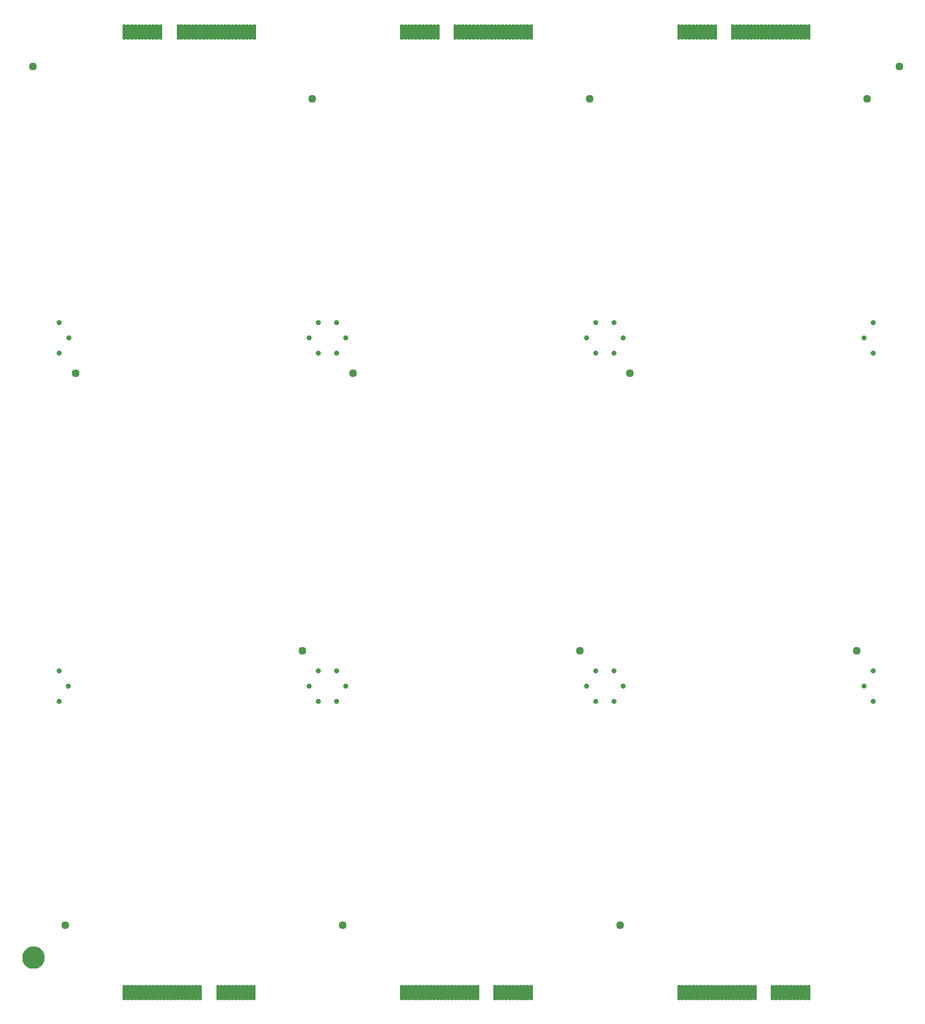
<source format=gbs>
G04 EAGLE Gerber RS-274X export*
G75*
%MOMM*%
%FSLAX34Y34*%
%LPD*%
%INSoldermask Bottom*%
%IPPOS*%
%AMOC8*
5,1,8,0,0,1.08239X$1,22.5*%
G01*
%ADD10C,0.228959*%
%ADD11C,0.736600*%
%ADD12C,1.127000*%
%ADD13C,1.270000*%
%ADD14C,1.627000*%


D10*
X281232Y6010D02*
X278752Y6010D01*
X278752Y24490D01*
X281232Y24490D01*
X281232Y6010D01*
X281232Y8185D02*
X278752Y8185D01*
X278752Y10360D02*
X281232Y10360D01*
X281232Y12535D02*
X278752Y12535D01*
X278752Y14710D02*
X281232Y14710D01*
X281232Y16885D02*
X278752Y16885D01*
X278752Y19060D02*
X281232Y19060D01*
X281232Y21235D02*
X278752Y21235D01*
X278752Y23410D02*
X281232Y23410D01*
X276232Y6010D02*
X273752Y6010D01*
X273752Y24490D01*
X276232Y24490D01*
X276232Y6010D01*
X276232Y8185D02*
X273752Y8185D01*
X273752Y10360D02*
X276232Y10360D01*
X276232Y12535D02*
X273752Y12535D01*
X273752Y14710D02*
X276232Y14710D01*
X276232Y16885D02*
X273752Y16885D01*
X273752Y19060D02*
X276232Y19060D01*
X276232Y21235D02*
X273752Y21235D01*
X273752Y23410D02*
X276232Y23410D01*
X271232Y6010D02*
X268752Y6010D01*
X268752Y24490D01*
X271232Y24490D01*
X271232Y6010D01*
X271232Y8185D02*
X268752Y8185D01*
X268752Y10360D02*
X271232Y10360D01*
X271232Y12535D02*
X268752Y12535D01*
X268752Y14710D02*
X271232Y14710D01*
X271232Y16885D02*
X268752Y16885D01*
X268752Y19060D02*
X271232Y19060D01*
X271232Y21235D02*
X268752Y21235D01*
X268752Y23410D02*
X271232Y23410D01*
X266232Y6010D02*
X263752Y6010D01*
X263752Y24490D01*
X266232Y24490D01*
X266232Y6010D01*
X266232Y8185D02*
X263752Y8185D01*
X263752Y10360D02*
X266232Y10360D01*
X266232Y12535D02*
X263752Y12535D01*
X263752Y14710D02*
X266232Y14710D01*
X266232Y16885D02*
X263752Y16885D01*
X263752Y19060D02*
X266232Y19060D01*
X266232Y21235D02*
X263752Y21235D01*
X263752Y23410D02*
X266232Y23410D01*
X261232Y6010D02*
X258752Y6010D01*
X258752Y24490D01*
X261232Y24490D01*
X261232Y6010D01*
X261232Y8185D02*
X258752Y8185D01*
X258752Y10360D02*
X261232Y10360D01*
X261232Y12535D02*
X258752Y12535D01*
X258752Y14710D02*
X261232Y14710D01*
X261232Y16885D02*
X258752Y16885D01*
X258752Y19060D02*
X261232Y19060D01*
X261232Y21235D02*
X258752Y21235D01*
X258752Y23410D02*
X261232Y23410D01*
X256232Y6010D02*
X253752Y6010D01*
X253752Y24490D01*
X256232Y24490D01*
X256232Y6010D01*
X256232Y8185D02*
X253752Y8185D01*
X253752Y10360D02*
X256232Y10360D01*
X256232Y12535D02*
X253752Y12535D01*
X253752Y14710D02*
X256232Y14710D01*
X256232Y16885D02*
X253752Y16885D01*
X253752Y19060D02*
X256232Y19060D01*
X256232Y21235D02*
X253752Y21235D01*
X253752Y23410D02*
X256232Y23410D01*
X251232Y6010D02*
X248752Y6010D01*
X248752Y24490D01*
X251232Y24490D01*
X251232Y6010D01*
X251232Y8185D02*
X248752Y8185D01*
X248752Y10360D02*
X251232Y10360D01*
X251232Y12535D02*
X248752Y12535D01*
X248752Y14710D02*
X251232Y14710D01*
X251232Y16885D02*
X248752Y16885D01*
X248752Y19060D02*
X251232Y19060D01*
X251232Y21235D02*
X248752Y21235D01*
X248752Y23410D02*
X251232Y23410D01*
X246232Y6010D02*
X243752Y6010D01*
X243752Y24490D01*
X246232Y24490D01*
X246232Y6010D01*
X246232Y8185D02*
X243752Y8185D01*
X243752Y10360D02*
X246232Y10360D01*
X246232Y12535D02*
X243752Y12535D01*
X243752Y14710D02*
X246232Y14710D01*
X246232Y16885D02*
X243752Y16885D01*
X243752Y19060D02*
X246232Y19060D01*
X246232Y21235D02*
X243752Y21235D01*
X243752Y23410D02*
X246232Y23410D01*
X241232Y6010D02*
X238752Y6010D01*
X238752Y24490D01*
X241232Y24490D01*
X241232Y6010D01*
X241232Y8185D02*
X238752Y8185D01*
X238752Y10360D02*
X241232Y10360D01*
X241232Y12535D02*
X238752Y12535D01*
X238752Y14710D02*
X241232Y14710D01*
X241232Y16885D02*
X238752Y16885D01*
X238752Y19060D02*
X241232Y19060D01*
X241232Y21235D02*
X238752Y21235D01*
X238752Y23410D02*
X241232Y23410D01*
X236232Y6010D02*
X233752Y6010D01*
X233752Y24490D01*
X236232Y24490D01*
X236232Y6010D01*
X236232Y8185D02*
X233752Y8185D01*
X233752Y10360D02*
X236232Y10360D01*
X236232Y12535D02*
X233752Y12535D01*
X233752Y14710D02*
X236232Y14710D01*
X236232Y16885D02*
X233752Y16885D01*
X233752Y19060D02*
X236232Y19060D01*
X236232Y21235D02*
X233752Y21235D01*
X233752Y23410D02*
X236232Y23410D01*
X231232Y6010D02*
X228752Y6010D01*
X228752Y24490D01*
X231232Y24490D01*
X231232Y6010D01*
X231232Y8185D02*
X228752Y8185D01*
X228752Y10360D02*
X231232Y10360D01*
X231232Y12535D02*
X228752Y12535D01*
X228752Y14710D02*
X231232Y14710D01*
X231232Y16885D02*
X228752Y16885D01*
X228752Y19060D02*
X231232Y19060D01*
X231232Y21235D02*
X228752Y21235D01*
X228752Y23410D02*
X231232Y23410D01*
X206232Y6010D02*
X203752Y6010D01*
X203752Y24490D01*
X206232Y24490D01*
X206232Y6010D01*
X206232Y8185D02*
X203752Y8185D01*
X203752Y10360D02*
X206232Y10360D01*
X206232Y12535D02*
X203752Y12535D01*
X203752Y14710D02*
X206232Y14710D01*
X206232Y16885D02*
X203752Y16885D01*
X203752Y19060D02*
X206232Y19060D01*
X206232Y21235D02*
X203752Y21235D01*
X203752Y23410D02*
X206232Y23410D01*
X201232Y6010D02*
X198752Y6010D01*
X198752Y24490D01*
X201232Y24490D01*
X201232Y6010D01*
X201232Y8185D02*
X198752Y8185D01*
X198752Y10360D02*
X201232Y10360D01*
X201232Y12535D02*
X198752Y12535D01*
X198752Y14710D02*
X201232Y14710D01*
X201232Y16885D02*
X198752Y16885D01*
X198752Y19060D02*
X201232Y19060D01*
X201232Y21235D02*
X198752Y21235D01*
X198752Y23410D02*
X201232Y23410D01*
X196232Y6010D02*
X193752Y6010D01*
X193752Y24490D01*
X196232Y24490D01*
X196232Y6010D01*
X196232Y8185D02*
X193752Y8185D01*
X193752Y10360D02*
X196232Y10360D01*
X196232Y12535D02*
X193752Y12535D01*
X193752Y14710D02*
X196232Y14710D01*
X196232Y16885D02*
X193752Y16885D01*
X193752Y19060D02*
X196232Y19060D01*
X196232Y21235D02*
X193752Y21235D01*
X193752Y23410D02*
X196232Y23410D01*
X191232Y6010D02*
X188752Y6010D01*
X188752Y24490D01*
X191232Y24490D01*
X191232Y6010D01*
X191232Y8185D02*
X188752Y8185D01*
X188752Y10360D02*
X191232Y10360D01*
X191232Y12535D02*
X188752Y12535D01*
X188752Y14710D02*
X191232Y14710D01*
X191232Y16885D02*
X188752Y16885D01*
X188752Y19060D02*
X191232Y19060D01*
X191232Y21235D02*
X188752Y21235D01*
X188752Y23410D02*
X191232Y23410D01*
X186232Y6010D02*
X183752Y6010D01*
X183752Y24490D01*
X186232Y24490D01*
X186232Y6010D01*
X186232Y8185D02*
X183752Y8185D01*
X183752Y10360D02*
X186232Y10360D01*
X186232Y12535D02*
X183752Y12535D01*
X183752Y14710D02*
X186232Y14710D01*
X186232Y16885D02*
X183752Y16885D01*
X183752Y19060D02*
X186232Y19060D01*
X186232Y21235D02*
X183752Y21235D01*
X183752Y23410D02*
X186232Y23410D01*
X181232Y6010D02*
X178752Y6010D01*
X178752Y24490D01*
X181232Y24490D01*
X181232Y6010D01*
X181232Y8185D02*
X178752Y8185D01*
X178752Y10360D02*
X181232Y10360D01*
X181232Y12535D02*
X178752Y12535D01*
X178752Y14710D02*
X181232Y14710D01*
X181232Y16885D02*
X178752Y16885D01*
X178752Y19060D02*
X181232Y19060D01*
X181232Y21235D02*
X178752Y21235D01*
X178752Y23410D02*
X181232Y23410D01*
X176232Y6010D02*
X173752Y6010D01*
X173752Y24490D01*
X176232Y24490D01*
X176232Y6010D01*
X176232Y8185D02*
X173752Y8185D01*
X173752Y10360D02*
X176232Y10360D01*
X176232Y12535D02*
X173752Y12535D01*
X173752Y14710D02*
X176232Y14710D01*
X176232Y16885D02*
X173752Y16885D01*
X173752Y19060D02*
X176232Y19060D01*
X176232Y21235D02*
X173752Y21235D01*
X173752Y23410D02*
X176232Y23410D01*
X171232Y6010D02*
X168752Y6010D01*
X168752Y24490D01*
X171232Y24490D01*
X171232Y6010D01*
X171232Y8185D02*
X168752Y8185D01*
X168752Y10360D02*
X171232Y10360D01*
X171232Y12535D02*
X168752Y12535D01*
X168752Y14710D02*
X171232Y14710D01*
X171232Y16885D02*
X168752Y16885D01*
X168752Y19060D02*
X171232Y19060D01*
X171232Y21235D02*
X168752Y21235D01*
X168752Y23410D02*
X171232Y23410D01*
X166232Y6010D02*
X163752Y6010D01*
X163752Y24490D01*
X166232Y24490D01*
X166232Y6010D01*
X166232Y8185D02*
X163752Y8185D01*
X163752Y10360D02*
X166232Y10360D01*
X166232Y12535D02*
X163752Y12535D01*
X163752Y14710D02*
X166232Y14710D01*
X166232Y16885D02*
X163752Y16885D01*
X163752Y19060D02*
X166232Y19060D01*
X166232Y21235D02*
X163752Y21235D01*
X163752Y23410D02*
X166232Y23410D01*
X161232Y6010D02*
X158752Y6010D01*
X158752Y24490D01*
X161232Y24490D01*
X161232Y6010D01*
X161232Y8185D02*
X158752Y8185D01*
X158752Y10360D02*
X161232Y10360D01*
X161232Y12535D02*
X158752Y12535D01*
X158752Y14710D02*
X161232Y14710D01*
X161232Y16885D02*
X158752Y16885D01*
X158752Y19060D02*
X161232Y19060D01*
X161232Y21235D02*
X158752Y21235D01*
X158752Y23410D02*
X161232Y23410D01*
X156232Y6010D02*
X153752Y6010D01*
X153752Y24490D01*
X156232Y24490D01*
X156232Y6010D01*
X156232Y8185D02*
X153752Y8185D01*
X153752Y10360D02*
X156232Y10360D01*
X156232Y12535D02*
X153752Y12535D01*
X153752Y14710D02*
X156232Y14710D01*
X156232Y16885D02*
X153752Y16885D01*
X153752Y19060D02*
X156232Y19060D01*
X156232Y21235D02*
X153752Y21235D01*
X153752Y23410D02*
X156232Y23410D01*
X151232Y6010D02*
X148752Y6010D01*
X148752Y24490D01*
X151232Y24490D01*
X151232Y6010D01*
X151232Y8185D02*
X148752Y8185D01*
X148752Y10360D02*
X151232Y10360D01*
X151232Y12535D02*
X148752Y12535D01*
X148752Y14710D02*
X151232Y14710D01*
X151232Y16885D02*
X148752Y16885D01*
X148752Y19060D02*
X151232Y19060D01*
X151232Y21235D02*
X148752Y21235D01*
X148752Y23410D02*
X151232Y23410D01*
X146232Y6010D02*
X143752Y6010D01*
X143752Y24490D01*
X146232Y24490D01*
X146232Y6010D01*
X146232Y8185D02*
X143752Y8185D01*
X143752Y10360D02*
X146232Y10360D01*
X146232Y12535D02*
X143752Y12535D01*
X143752Y14710D02*
X146232Y14710D01*
X146232Y16885D02*
X143752Y16885D01*
X143752Y19060D02*
X146232Y19060D01*
X146232Y21235D02*
X143752Y21235D01*
X143752Y23410D02*
X146232Y23410D01*
X141232Y6010D02*
X138752Y6010D01*
X138752Y24490D01*
X141232Y24490D01*
X141232Y6010D01*
X141232Y8185D02*
X138752Y8185D01*
X138752Y10360D02*
X141232Y10360D01*
X141232Y12535D02*
X138752Y12535D01*
X138752Y14710D02*
X141232Y14710D01*
X141232Y16885D02*
X138752Y16885D01*
X138752Y19060D02*
X141232Y19060D01*
X141232Y21235D02*
X138752Y21235D01*
X138752Y23410D02*
X141232Y23410D01*
X136232Y6010D02*
X133752Y6010D01*
X133752Y24490D01*
X136232Y24490D01*
X136232Y6010D01*
X136232Y8185D02*
X133752Y8185D01*
X133752Y10360D02*
X136232Y10360D01*
X136232Y12535D02*
X133752Y12535D01*
X133752Y14710D02*
X136232Y14710D01*
X136232Y16885D02*
X133752Y16885D01*
X133752Y19060D02*
X136232Y19060D01*
X136232Y21235D02*
X133752Y21235D01*
X133752Y23410D02*
X136232Y23410D01*
X131232Y6010D02*
X128752Y6010D01*
X128752Y24490D01*
X131232Y24490D01*
X131232Y6010D01*
X131232Y8185D02*
X128752Y8185D01*
X128752Y10360D02*
X131232Y10360D01*
X131232Y12535D02*
X128752Y12535D01*
X128752Y14710D02*
X131232Y14710D01*
X131232Y16885D02*
X128752Y16885D01*
X128752Y19060D02*
X131232Y19060D01*
X131232Y21235D02*
X128752Y21235D01*
X128752Y23410D02*
X131232Y23410D01*
X126232Y6010D02*
X123752Y6010D01*
X123752Y24490D01*
X126232Y24490D01*
X126232Y6010D01*
X126232Y8185D02*
X123752Y8185D01*
X123752Y10360D02*
X126232Y10360D01*
X126232Y12535D02*
X123752Y12535D01*
X123752Y14710D02*
X126232Y14710D01*
X126232Y16885D02*
X123752Y16885D01*
X123752Y19060D02*
X126232Y19060D01*
X126232Y21235D02*
X123752Y21235D01*
X123752Y23410D02*
X126232Y23410D01*
X121232Y6010D02*
X118752Y6010D01*
X118752Y24490D01*
X121232Y24490D01*
X121232Y6010D01*
X121232Y8185D02*
X118752Y8185D01*
X118752Y10360D02*
X121232Y10360D01*
X121232Y12535D02*
X118752Y12535D01*
X118752Y14710D02*
X121232Y14710D01*
X121232Y16885D02*
X118752Y16885D01*
X118752Y19060D02*
X121232Y19060D01*
X121232Y21235D02*
X118752Y21235D01*
X118752Y23410D02*
X121232Y23410D01*
X116232Y6010D02*
X113752Y6010D01*
X113752Y24490D01*
X116232Y24490D01*
X116232Y6010D01*
X116232Y8185D02*
X113752Y8185D01*
X113752Y10360D02*
X116232Y10360D01*
X116232Y12535D02*
X113752Y12535D01*
X113752Y14710D02*
X116232Y14710D01*
X116232Y16885D02*
X113752Y16885D01*
X113752Y19060D02*
X116232Y19060D01*
X116232Y21235D02*
X113752Y21235D01*
X113752Y23410D02*
X116232Y23410D01*
X111232Y6010D02*
X108752Y6010D01*
X108752Y24490D01*
X111232Y24490D01*
X111232Y6010D01*
X111232Y8185D02*
X108752Y8185D01*
X108752Y10360D02*
X111232Y10360D01*
X111232Y12535D02*
X108752Y12535D01*
X108752Y14710D02*
X111232Y14710D01*
X111232Y16885D02*
X108752Y16885D01*
X108752Y19060D02*
X111232Y19060D01*
X111232Y21235D02*
X108752Y21235D01*
X108752Y23410D02*
X111232Y23410D01*
X106232Y6010D02*
X103752Y6010D01*
X103752Y24490D01*
X106232Y24490D01*
X106232Y6010D01*
X106232Y8185D02*
X103752Y8185D01*
X103752Y10360D02*
X106232Y10360D01*
X106232Y12535D02*
X103752Y12535D01*
X103752Y14710D02*
X106232Y14710D01*
X106232Y16885D02*
X103752Y16885D01*
X103752Y19060D02*
X106232Y19060D01*
X106232Y21235D02*
X103752Y21235D01*
X103752Y23410D02*
X106232Y23410D01*
X101232Y6010D02*
X98752Y6010D01*
X98752Y24490D01*
X101232Y24490D01*
X101232Y6010D01*
X101232Y8185D02*
X98752Y8185D01*
X98752Y10360D02*
X101232Y10360D01*
X101232Y12535D02*
X98752Y12535D01*
X98752Y14710D02*
X101232Y14710D01*
X101232Y16885D02*
X98752Y16885D01*
X98752Y19060D02*
X101232Y19060D01*
X101232Y21235D02*
X98752Y21235D01*
X98752Y23410D02*
X101232Y23410D01*
D11*
X369992Y461000D03*
X369992Y419000D03*
X356992Y440000D03*
X9992Y419000D03*
X9992Y461000D03*
X22992Y440000D03*
D12*
X18542Y107950D03*
X347472Y488950D03*
D10*
X663841Y6010D02*
X666321Y6010D01*
X663841Y6010D02*
X663841Y24490D01*
X666321Y24490D01*
X666321Y6010D01*
X666321Y8185D02*
X663841Y8185D01*
X663841Y10360D02*
X666321Y10360D01*
X666321Y12535D02*
X663841Y12535D01*
X663841Y14710D02*
X666321Y14710D01*
X666321Y16885D02*
X663841Y16885D01*
X663841Y19060D02*
X666321Y19060D01*
X666321Y21235D02*
X663841Y21235D01*
X663841Y23410D02*
X666321Y23410D01*
X661321Y6010D02*
X658841Y6010D01*
X658841Y24490D01*
X661321Y24490D01*
X661321Y6010D01*
X661321Y8185D02*
X658841Y8185D01*
X658841Y10360D02*
X661321Y10360D01*
X661321Y12535D02*
X658841Y12535D01*
X658841Y14710D02*
X661321Y14710D01*
X661321Y16885D02*
X658841Y16885D01*
X658841Y19060D02*
X661321Y19060D01*
X661321Y21235D02*
X658841Y21235D01*
X658841Y23410D02*
X661321Y23410D01*
X656321Y6010D02*
X653841Y6010D01*
X653841Y24490D01*
X656321Y24490D01*
X656321Y6010D01*
X656321Y8185D02*
X653841Y8185D01*
X653841Y10360D02*
X656321Y10360D01*
X656321Y12535D02*
X653841Y12535D01*
X653841Y14710D02*
X656321Y14710D01*
X656321Y16885D02*
X653841Y16885D01*
X653841Y19060D02*
X656321Y19060D01*
X656321Y21235D02*
X653841Y21235D01*
X653841Y23410D02*
X656321Y23410D01*
X651321Y6010D02*
X648841Y6010D01*
X648841Y24490D01*
X651321Y24490D01*
X651321Y6010D01*
X651321Y8185D02*
X648841Y8185D01*
X648841Y10360D02*
X651321Y10360D01*
X651321Y12535D02*
X648841Y12535D01*
X648841Y14710D02*
X651321Y14710D01*
X651321Y16885D02*
X648841Y16885D01*
X648841Y19060D02*
X651321Y19060D01*
X651321Y21235D02*
X648841Y21235D01*
X648841Y23410D02*
X651321Y23410D01*
X646321Y6010D02*
X643841Y6010D01*
X643841Y24490D01*
X646321Y24490D01*
X646321Y6010D01*
X646321Y8185D02*
X643841Y8185D01*
X643841Y10360D02*
X646321Y10360D01*
X646321Y12535D02*
X643841Y12535D01*
X643841Y14710D02*
X646321Y14710D01*
X646321Y16885D02*
X643841Y16885D01*
X643841Y19060D02*
X646321Y19060D01*
X646321Y21235D02*
X643841Y21235D01*
X643841Y23410D02*
X646321Y23410D01*
X641321Y6010D02*
X638841Y6010D01*
X638841Y24490D01*
X641321Y24490D01*
X641321Y6010D01*
X641321Y8185D02*
X638841Y8185D01*
X638841Y10360D02*
X641321Y10360D01*
X641321Y12535D02*
X638841Y12535D01*
X638841Y14710D02*
X641321Y14710D01*
X641321Y16885D02*
X638841Y16885D01*
X638841Y19060D02*
X641321Y19060D01*
X641321Y21235D02*
X638841Y21235D01*
X638841Y23410D02*
X641321Y23410D01*
X636321Y6010D02*
X633841Y6010D01*
X633841Y24490D01*
X636321Y24490D01*
X636321Y6010D01*
X636321Y8185D02*
X633841Y8185D01*
X633841Y10360D02*
X636321Y10360D01*
X636321Y12535D02*
X633841Y12535D01*
X633841Y14710D02*
X636321Y14710D01*
X636321Y16885D02*
X633841Y16885D01*
X633841Y19060D02*
X636321Y19060D01*
X636321Y21235D02*
X633841Y21235D01*
X633841Y23410D02*
X636321Y23410D01*
X631321Y6010D02*
X628841Y6010D01*
X628841Y24490D01*
X631321Y24490D01*
X631321Y6010D01*
X631321Y8185D02*
X628841Y8185D01*
X628841Y10360D02*
X631321Y10360D01*
X631321Y12535D02*
X628841Y12535D01*
X628841Y14710D02*
X631321Y14710D01*
X631321Y16885D02*
X628841Y16885D01*
X628841Y19060D02*
X631321Y19060D01*
X631321Y21235D02*
X628841Y21235D01*
X628841Y23410D02*
X631321Y23410D01*
X626321Y6010D02*
X623841Y6010D01*
X623841Y24490D01*
X626321Y24490D01*
X626321Y6010D01*
X626321Y8185D02*
X623841Y8185D01*
X623841Y10360D02*
X626321Y10360D01*
X626321Y12535D02*
X623841Y12535D01*
X623841Y14710D02*
X626321Y14710D01*
X626321Y16885D02*
X623841Y16885D01*
X623841Y19060D02*
X626321Y19060D01*
X626321Y21235D02*
X623841Y21235D01*
X623841Y23410D02*
X626321Y23410D01*
X621321Y6010D02*
X618841Y6010D01*
X618841Y24490D01*
X621321Y24490D01*
X621321Y6010D01*
X621321Y8185D02*
X618841Y8185D01*
X618841Y10360D02*
X621321Y10360D01*
X621321Y12535D02*
X618841Y12535D01*
X618841Y14710D02*
X621321Y14710D01*
X621321Y16885D02*
X618841Y16885D01*
X618841Y19060D02*
X621321Y19060D01*
X621321Y21235D02*
X618841Y21235D01*
X618841Y23410D02*
X621321Y23410D01*
X616321Y6010D02*
X613841Y6010D01*
X613841Y24490D01*
X616321Y24490D01*
X616321Y6010D01*
X616321Y8185D02*
X613841Y8185D01*
X613841Y10360D02*
X616321Y10360D01*
X616321Y12535D02*
X613841Y12535D01*
X613841Y14710D02*
X616321Y14710D01*
X616321Y16885D02*
X613841Y16885D01*
X613841Y19060D02*
X616321Y19060D01*
X616321Y21235D02*
X613841Y21235D01*
X613841Y23410D02*
X616321Y23410D01*
X591321Y6010D02*
X588841Y6010D01*
X588841Y24490D01*
X591321Y24490D01*
X591321Y6010D01*
X591321Y8185D02*
X588841Y8185D01*
X588841Y10360D02*
X591321Y10360D01*
X591321Y12535D02*
X588841Y12535D01*
X588841Y14710D02*
X591321Y14710D01*
X591321Y16885D02*
X588841Y16885D01*
X588841Y19060D02*
X591321Y19060D01*
X591321Y21235D02*
X588841Y21235D01*
X588841Y23410D02*
X591321Y23410D01*
X586321Y6010D02*
X583841Y6010D01*
X583841Y24490D01*
X586321Y24490D01*
X586321Y6010D01*
X586321Y8185D02*
X583841Y8185D01*
X583841Y10360D02*
X586321Y10360D01*
X586321Y12535D02*
X583841Y12535D01*
X583841Y14710D02*
X586321Y14710D01*
X586321Y16885D02*
X583841Y16885D01*
X583841Y19060D02*
X586321Y19060D01*
X586321Y21235D02*
X583841Y21235D01*
X583841Y23410D02*
X586321Y23410D01*
X581321Y6010D02*
X578841Y6010D01*
X578841Y24490D01*
X581321Y24490D01*
X581321Y6010D01*
X581321Y8185D02*
X578841Y8185D01*
X578841Y10360D02*
X581321Y10360D01*
X581321Y12535D02*
X578841Y12535D01*
X578841Y14710D02*
X581321Y14710D01*
X581321Y16885D02*
X578841Y16885D01*
X578841Y19060D02*
X581321Y19060D01*
X581321Y21235D02*
X578841Y21235D01*
X578841Y23410D02*
X581321Y23410D01*
X576321Y6010D02*
X573841Y6010D01*
X573841Y24490D01*
X576321Y24490D01*
X576321Y6010D01*
X576321Y8185D02*
X573841Y8185D01*
X573841Y10360D02*
X576321Y10360D01*
X576321Y12535D02*
X573841Y12535D01*
X573841Y14710D02*
X576321Y14710D01*
X576321Y16885D02*
X573841Y16885D01*
X573841Y19060D02*
X576321Y19060D01*
X576321Y21235D02*
X573841Y21235D01*
X573841Y23410D02*
X576321Y23410D01*
X571321Y6010D02*
X568841Y6010D01*
X568841Y24490D01*
X571321Y24490D01*
X571321Y6010D01*
X571321Y8185D02*
X568841Y8185D01*
X568841Y10360D02*
X571321Y10360D01*
X571321Y12535D02*
X568841Y12535D01*
X568841Y14710D02*
X571321Y14710D01*
X571321Y16885D02*
X568841Y16885D01*
X568841Y19060D02*
X571321Y19060D01*
X571321Y21235D02*
X568841Y21235D01*
X568841Y23410D02*
X571321Y23410D01*
X566321Y6010D02*
X563841Y6010D01*
X563841Y24490D01*
X566321Y24490D01*
X566321Y6010D01*
X566321Y8185D02*
X563841Y8185D01*
X563841Y10360D02*
X566321Y10360D01*
X566321Y12535D02*
X563841Y12535D01*
X563841Y14710D02*
X566321Y14710D01*
X566321Y16885D02*
X563841Y16885D01*
X563841Y19060D02*
X566321Y19060D01*
X566321Y21235D02*
X563841Y21235D01*
X563841Y23410D02*
X566321Y23410D01*
X561321Y6010D02*
X558841Y6010D01*
X558841Y24490D01*
X561321Y24490D01*
X561321Y6010D01*
X561321Y8185D02*
X558841Y8185D01*
X558841Y10360D02*
X561321Y10360D01*
X561321Y12535D02*
X558841Y12535D01*
X558841Y14710D02*
X561321Y14710D01*
X561321Y16885D02*
X558841Y16885D01*
X558841Y19060D02*
X561321Y19060D01*
X561321Y21235D02*
X558841Y21235D01*
X558841Y23410D02*
X561321Y23410D01*
X556321Y6010D02*
X553841Y6010D01*
X553841Y24490D01*
X556321Y24490D01*
X556321Y6010D01*
X556321Y8185D02*
X553841Y8185D01*
X553841Y10360D02*
X556321Y10360D01*
X556321Y12535D02*
X553841Y12535D01*
X553841Y14710D02*
X556321Y14710D01*
X556321Y16885D02*
X553841Y16885D01*
X553841Y19060D02*
X556321Y19060D01*
X556321Y21235D02*
X553841Y21235D01*
X553841Y23410D02*
X556321Y23410D01*
X551321Y6010D02*
X548841Y6010D01*
X548841Y24490D01*
X551321Y24490D01*
X551321Y6010D01*
X551321Y8185D02*
X548841Y8185D01*
X548841Y10360D02*
X551321Y10360D01*
X551321Y12535D02*
X548841Y12535D01*
X548841Y14710D02*
X551321Y14710D01*
X551321Y16885D02*
X548841Y16885D01*
X548841Y19060D02*
X551321Y19060D01*
X551321Y21235D02*
X548841Y21235D01*
X548841Y23410D02*
X551321Y23410D01*
X546321Y6010D02*
X543841Y6010D01*
X543841Y24490D01*
X546321Y24490D01*
X546321Y6010D01*
X546321Y8185D02*
X543841Y8185D01*
X543841Y10360D02*
X546321Y10360D01*
X546321Y12535D02*
X543841Y12535D01*
X543841Y14710D02*
X546321Y14710D01*
X546321Y16885D02*
X543841Y16885D01*
X543841Y19060D02*
X546321Y19060D01*
X546321Y21235D02*
X543841Y21235D01*
X543841Y23410D02*
X546321Y23410D01*
X541321Y6010D02*
X538841Y6010D01*
X538841Y24490D01*
X541321Y24490D01*
X541321Y6010D01*
X541321Y8185D02*
X538841Y8185D01*
X538841Y10360D02*
X541321Y10360D01*
X541321Y12535D02*
X538841Y12535D01*
X538841Y14710D02*
X541321Y14710D01*
X541321Y16885D02*
X538841Y16885D01*
X538841Y19060D02*
X541321Y19060D01*
X541321Y21235D02*
X538841Y21235D01*
X538841Y23410D02*
X541321Y23410D01*
X536321Y6010D02*
X533841Y6010D01*
X533841Y24490D01*
X536321Y24490D01*
X536321Y6010D01*
X536321Y8185D02*
X533841Y8185D01*
X533841Y10360D02*
X536321Y10360D01*
X536321Y12535D02*
X533841Y12535D01*
X533841Y14710D02*
X536321Y14710D01*
X536321Y16885D02*
X533841Y16885D01*
X533841Y19060D02*
X536321Y19060D01*
X536321Y21235D02*
X533841Y21235D01*
X533841Y23410D02*
X536321Y23410D01*
X531321Y6010D02*
X528841Y6010D01*
X528841Y24490D01*
X531321Y24490D01*
X531321Y6010D01*
X531321Y8185D02*
X528841Y8185D01*
X528841Y10360D02*
X531321Y10360D01*
X531321Y12535D02*
X528841Y12535D01*
X528841Y14710D02*
X531321Y14710D01*
X531321Y16885D02*
X528841Y16885D01*
X528841Y19060D02*
X531321Y19060D01*
X531321Y21235D02*
X528841Y21235D01*
X528841Y23410D02*
X531321Y23410D01*
X526321Y6010D02*
X523841Y6010D01*
X523841Y24490D01*
X526321Y24490D01*
X526321Y6010D01*
X526321Y8185D02*
X523841Y8185D01*
X523841Y10360D02*
X526321Y10360D01*
X526321Y12535D02*
X523841Y12535D01*
X523841Y14710D02*
X526321Y14710D01*
X526321Y16885D02*
X523841Y16885D01*
X523841Y19060D02*
X526321Y19060D01*
X526321Y21235D02*
X523841Y21235D01*
X523841Y23410D02*
X526321Y23410D01*
X521321Y6010D02*
X518841Y6010D01*
X518841Y24490D01*
X521321Y24490D01*
X521321Y6010D01*
X521321Y8185D02*
X518841Y8185D01*
X518841Y10360D02*
X521321Y10360D01*
X521321Y12535D02*
X518841Y12535D01*
X518841Y14710D02*
X521321Y14710D01*
X521321Y16885D02*
X518841Y16885D01*
X518841Y19060D02*
X521321Y19060D01*
X521321Y21235D02*
X518841Y21235D01*
X518841Y23410D02*
X521321Y23410D01*
X516321Y6010D02*
X513841Y6010D01*
X513841Y24490D01*
X516321Y24490D01*
X516321Y6010D01*
X516321Y8185D02*
X513841Y8185D01*
X513841Y10360D02*
X516321Y10360D01*
X516321Y12535D02*
X513841Y12535D01*
X513841Y14710D02*
X516321Y14710D01*
X516321Y16885D02*
X513841Y16885D01*
X513841Y19060D02*
X516321Y19060D01*
X516321Y21235D02*
X513841Y21235D01*
X513841Y23410D02*
X516321Y23410D01*
X511321Y6010D02*
X508841Y6010D01*
X508841Y24490D01*
X511321Y24490D01*
X511321Y6010D01*
X511321Y8185D02*
X508841Y8185D01*
X508841Y10360D02*
X511321Y10360D01*
X511321Y12535D02*
X508841Y12535D01*
X508841Y14710D02*
X511321Y14710D01*
X511321Y16885D02*
X508841Y16885D01*
X508841Y19060D02*
X511321Y19060D01*
X511321Y21235D02*
X508841Y21235D01*
X508841Y23410D02*
X511321Y23410D01*
X506321Y6010D02*
X503841Y6010D01*
X503841Y24490D01*
X506321Y24490D01*
X506321Y6010D01*
X506321Y8185D02*
X503841Y8185D01*
X503841Y10360D02*
X506321Y10360D01*
X506321Y12535D02*
X503841Y12535D01*
X503841Y14710D02*
X506321Y14710D01*
X506321Y16885D02*
X503841Y16885D01*
X503841Y19060D02*
X506321Y19060D01*
X506321Y21235D02*
X503841Y21235D01*
X503841Y23410D02*
X506321Y23410D01*
X501321Y6010D02*
X498841Y6010D01*
X498841Y24490D01*
X501321Y24490D01*
X501321Y6010D01*
X501321Y8185D02*
X498841Y8185D01*
X498841Y10360D02*
X501321Y10360D01*
X501321Y12535D02*
X498841Y12535D01*
X498841Y14710D02*
X501321Y14710D01*
X501321Y16885D02*
X498841Y16885D01*
X498841Y19060D02*
X501321Y19060D01*
X501321Y21235D02*
X498841Y21235D01*
X498841Y23410D02*
X501321Y23410D01*
X496321Y6010D02*
X493841Y6010D01*
X493841Y24490D01*
X496321Y24490D01*
X496321Y6010D01*
X496321Y8185D02*
X493841Y8185D01*
X493841Y10360D02*
X496321Y10360D01*
X496321Y12535D02*
X493841Y12535D01*
X493841Y14710D02*
X496321Y14710D01*
X496321Y16885D02*
X493841Y16885D01*
X493841Y19060D02*
X496321Y19060D01*
X496321Y21235D02*
X493841Y21235D01*
X493841Y23410D02*
X496321Y23410D01*
X491321Y6010D02*
X488841Y6010D01*
X488841Y24490D01*
X491321Y24490D01*
X491321Y6010D01*
X491321Y8185D02*
X488841Y8185D01*
X488841Y10360D02*
X491321Y10360D01*
X491321Y12535D02*
X488841Y12535D01*
X488841Y14710D02*
X491321Y14710D01*
X491321Y16885D02*
X488841Y16885D01*
X488841Y19060D02*
X491321Y19060D01*
X491321Y21235D02*
X488841Y21235D01*
X488841Y23410D02*
X491321Y23410D01*
X486321Y6010D02*
X483841Y6010D01*
X483841Y24490D01*
X486321Y24490D01*
X486321Y6010D01*
X486321Y8185D02*
X483841Y8185D01*
X483841Y10360D02*
X486321Y10360D01*
X486321Y12535D02*
X483841Y12535D01*
X483841Y14710D02*
X486321Y14710D01*
X486321Y16885D02*
X483841Y16885D01*
X483841Y19060D02*
X486321Y19060D01*
X486321Y21235D02*
X483841Y21235D01*
X483841Y23410D02*
X486321Y23410D01*
D11*
X755081Y461000D03*
X755081Y419000D03*
X742081Y440000D03*
X395081Y419000D03*
X395081Y461000D03*
X408081Y440000D03*
D12*
X403631Y107950D03*
X732561Y488950D03*
D10*
X1048905Y6010D02*
X1051385Y6010D01*
X1048905Y6010D02*
X1048905Y24490D01*
X1051385Y24490D01*
X1051385Y6010D01*
X1051385Y8185D02*
X1048905Y8185D01*
X1048905Y10360D02*
X1051385Y10360D01*
X1051385Y12535D02*
X1048905Y12535D01*
X1048905Y14710D02*
X1051385Y14710D01*
X1051385Y16885D02*
X1048905Y16885D01*
X1048905Y19060D02*
X1051385Y19060D01*
X1051385Y21235D02*
X1048905Y21235D01*
X1048905Y23410D02*
X1051385Y23410D01*
X1046385Y6010D02*
X1043905Y6010D01*
X1043905Y24490D01*
X1046385Y24490D01*
X1046385Y6010D01*
X1046385Y8185D02*
X1043905Y8185D01*
X1043905Y10360D02*
X1046385Y10360D01*
X1046385Y12535D02*
X1043905Y12535D01*
X1043905Y14710D02*
X1046385Y14710D01*
X1046385Y16885D02*
X1043905Y16885D01*
X1043905Y19060D02*
X1046385Y19060D01*
X1046385Y21235D02*
X1043905Y21235D01*
X1043905Y23410D02*
X1046385Y23410D01*
X1041385Y6010D02*
X1038905Y6010D01*
X1038905Y24490D01*
X1041385Y24490D01*
X1041385Y6010D01*
X1041385Y8185D02*
X1038905Y8185D01*
X1038905Y10360D02*
X1041385Y10360D01*
X1041385Y12535D02*
X1038905Y12535D01*
X1038905Y14710D02*
X1041385Y14710D01*
X1041385Y16885D02*
X1038905Y16885D01*
X1038905Y19060D02*
X1041385Y19060D01*
X1041385Y21235D02*
X1038905Y21235D01*
X1038905Y23410D02*
X1041385Y23410D01*
X1036385Y6010D02*
X1033905Y6010D01*
X1033905Y24490D01*
X1036385Y24490D01*
X1036385Y6010D01*
X1036385Y8185D02*
X1033905Y8185D01*
X1033905Y10360D02*
X1036385Y10360D01*
X1036385Y12535D02*
X1033905Y12535D01*
X1033905Y14710D02*
X1036385Y14710D01*
X1036385Y16885D02*
X1033905Y16885D01*
X1033905Y19060D02*
X1036385Y19060D01*
X1036385Y21235D02*
X1033905Y21235D01*
X1033905Y23410D02*
X1036385Y23410D01*
X1031385Y6010D02*
X1028905Y6010D01*
X1028905Y24490D01*
X1031385Y24490D01*
X1031385Y6010D01*
X1031385Y8185D02*
X1028905Y8185D01*
X1028905Y10360D02*
X1031385Y10360D01*
X1031385Y12535D02*
X1028905Y12535D01*
X1028905Y14710D02*
X1031385Y14710D01*
X1031385Y16885D02*
X1028905Y16885D01*
X1028905Y19060D02*
X1031385Y19060D01*
X1031385Y21235D02*
X1028905Y21235D01*
X1028905Y23410D02*
X1031385Y23410D01*
X1026385Y6010D02*
X1023905Y6010D01*
X1023905Y24490D01*
X1026385Y24490D01*
X1026385Y6010D01*
X1026385Y8185D02*
X1023905Y8185D01*
X1023905Y10360D02*
X1026385Y10360D01*
X1026385Y12535D02*
X1023905Y12535D01*
X1023905Y14710D02*
X1026385Y14710D01*
X1026385Y16885D02*
X1023905Y16885D01*
X1023905Y19060D02*
X1026385Y19060D01*
X1026385Y21235D02*
X1023905Y21235D01*
X1023905Y23410D02*
X1026385Y23410D01*
X1021385Y6010D02*
X1018905Y6010D01*
X1018905Y24490D01*
X1021385Y24490D01*
X1021385Y6010D01*
X1021385Y8185D02*
X1018905Y8185D01*
X1018905Y10360D02*
X1021385Y10360D01*
X1021385Y12535D02*
X1018905Y12535D01*
X1018905Y14710D02*
X1021385Y14710D01*
X1021385Y16885D02*
X1018905Y16885D01*
X1018905Y19060D02*
X1021385Y19060D01*
X1021385Y21235D02*
X1018905Y21235D01*
X1018905Y23410D02*
X1021385Y23410D01*
X1016385Y6010D02*
X1013905Y6010D01*
X1013905Y24490D01*
X1016385Y24490D01*
X1016385Y6010D01*
X1016385Y8185D02*
X1013905Y8185D01*
X1013905Y10360D02*
X1016385Y10360D01*
X1016385Y12535D02*
X1013905Y12535D01*
X1013905Y14710D02*
X1016385Y14710D01*
X1016385Y16885D02*
X1013905Y16885D01*
X1013905Y19060D02*
X1016385Y19060D01*
X1016385Y21235D02*
X1013905Y21235D01*
X1013905Y23410D02*
X1016385Y23410D01*
X1011385Y6010D02*
X1008905Y6010D01*
X1008905Y24490D01*
X1011385Y24490D01*
X1011385Y6010D01*
X1011385Y8185D02*
X1008905Y8185D01*
X1008905Y10360D02*
X1011385Y10360D01*
X1011385Y12535D02*
X1008905Y12535D01*
X1008905Y14710D02*
X1011385Y14710D01*
X1011385Y16885D02*
X1008905Y16885D01*
X1008905Y19060D02*
X1011385Y19060D01*
X1011385Y21235D02*
X1008905Y21235D01*
X1008905Y23410D02*
X1011385Y23410D01*
X1006385Y6010D02*
X1003905Y6010D01*
X1003905Y24490D01*
X1006385Y24490D01*
X1006385Y6010D01*
X1006385Y8185D02*
X1003905Y8185D01*
X1003905Y10360D02*
X1006385Y10360D01*
X1006385Y12535D02*
X1003905Y12535D01*
X1003905Y14710D02*
X1006385Y14710D01*
X1006385Y16885D02*
X1003905Y16885D01*
X1003905Y19060D02*
X1006385Y19060D01*
X1006385Y21235D02*
X1003905Y21235D01*
X1003905Y23410D02*
X1006385Y23410D01*
X1001385Y6010D02*
X998905Y6010D01*
X998905Y24490D01*
X1001385Y24490D01*
X1001385Y6010D01*
X1001385Y8185D02*
X998905Y8185D01*
X998905Y10360D02*
X1001385Y10360D01*
X1001385Y12535D02*
X998905Y12535D01*
X998905Y14710D02*
X1001385Y14710D01*
X1001385Y16885D02*
X998905Y16885D01*
X998905Y19060D02*
X1001385Y19060D01*
X1001385Y21235D02*
X998905Y21235D01*
X998905Y23410D02*
X1001385Y23410D01*
X976385Y6010D02*
X973905Y6010D01*
X973905Y24490D01*
X976385Y24490D01*
X976385Y6010D01*
X976385Y8185D02*
X973905Y8185D01*
X973905Y10360D02*
X976385Y10360D01*
X976385Y12535D02*
X973905Y12535D01*
X973905Y14710D02*
X976385Y14710D01*
X976385Y16885D02*
X973905Y16885D01*
X973905Y19060D02*
X976385Y19060D01*
X976385Y21235D02*
X973905Y21235D01*
X973905Y23410D02*
X976385Y23410D01*
X971385Y6010D02*
X968905Y6010D01*
X968905Y24490D01*
X971385Y24490D01*
X971385Y6010D01*
X971385Y8185D02*
X968905Y8185D01*
X968905Y10360D02*
X971385Y10360D01*
X971385Y12535D02*
X968905Y12535D01*
X968905Y14710D02*
X971385Y14710D01*
X971385Y16885D02*
X968905Y16885D01*
X968905Y19060D02*
X971385Y19060D01*
X971385Y21235D02*
X968905Y21235D01*
X968905Y23410D02*
X971385Y23410D01*
X966385Y6010D02*
X963905Y6010D01*
X963905Y24490D01*
X966385Y24490D01*
X966385Y6010D01*
X966385Y8185D02*
X963905Y8185D01*
X963905Y10360D02*
X966385Y10360D01*
X966385Y12535D02*
X963905Y12535D01*
X963905Y14710D02*
X966385Y14710D01*
X966385Y16885D02*
X963905Y16885D01*
X963905Y19060D02*
X966385Y19060D01*
X966385Y21235D02*
X963905Y21235D01*
X963905Y23410D02*
X966385Y23410D01*
X961385Y6010D02*
X958905Y6010D01*
X958905Y24490D01*
X961385Y24490D01*
X961385Y6010D01*
X961385Y8185D02*
X958905Y8185D01*
X958905Y10360D02*
X961385Y10360D01*
X961385Y12535D02*
X958905Y12535D01*
X958905Y14710D02*
X961385Y14710D01*
X961385Y16885D02*
X958905Y16885D01*
X958905Y19060D02*
X961385Y19060D01*
X961385Y21235D02*
X958905Y21235D01*
X958905Y23410D02*
X961385Y23410D01*
X956385Y6010D02*
X953905Y6010D01*
X953905Y24490D01*
X956385Y24490D01*
X956385Y6010D01*
X956385Y8185D02*
X953905Y8185D01*
X953905Y10360D02*
X956385Y10360D01*
X956385Y12535D02*
X953905Y12535D01*
X953905Y14710D02*
X956385Y14710D01*
X956385Y16885D02*
X953905Y16885D01*
X953905Y19060D02*
X956385Y19060D01*
X956385Y21235D02*
X953905Y21235D01*
X953905Y23410D02*
X956385Y23410D01*
X951385Y6010D02*
X948905Y6010D01*
X948905Y24490D01*
X951385Y24490D01*
X951385Y6010D01*
X951385Y8185D02*
X948905Y8185D01*
X948905Y10360D02*
X951385Y10360D01*
X951385Y12535D02*
X948905Y12535D01*
X948905Y14710D02*
X951385Y14710D01*
X951385Y16885D02*
X948905Y16885D01*
X948905Y19060D02*
X951385Y19060D01*
X951385Y21235D02*
X948905Y21235D01*
X948905Y23410D02*
X951385Y23410D01*
X946385Y6010D02*
X943905Y6010D01*
X943905Y24490D01*
X946385Y24490D01*
X946385Y6010D01*
X946385Y8185D02*
X943905Y8185D01*
X943905Y10360D02*
X946385Y10360D01*
X946385Y12535D02*
X943905Y12535D01*
X943905Y14710D02*
X946385Y14710D01*
X946385Y16885D02*
X943905Y16885D01*
X943905Y19060D02*
X946385Y19060D01*
X946385Y21235D02*
X943905Y21235D01*
X943905Y23410D02*
X946385Y23410D01*
X941385Y6010D02*
X938905Y6010D01*
X938905Y24490D01*
X941385Y24490D01*
X941385Y6010D01*
X941385Y8185D02*
X938905Y8185D01*
X938905Y10360D02*
X941385Y10360D01*
X941385Y12535D02*
X938905Y12535D01*
X938905Y14710D02*
X941385Y14710D01*
X941385Y16885D02*
X938905Y16885D01*
X938905Y19060D02*
X941385Y19060D01*
X941385Y21235D02*
X938905Y21235D01*
X938905Y23410D02*
X941385Y23410D01*
X936385Y6010D02*
X933905Y6010D01*
X933905Y24490D01*
X936385Y24490D01*
X936385Y6010D01*
X936385Y8185D02*
X933905Y8185D01*
X933905Y10360D02*
X936385Y10360D01*
X936385Y12535D02*
X933905Y12535D01*
X933905Y14710D02*
X936385Y14710D01*
X936385Y16885D02*
X933905Y16885D01*
X933905Y19060D02*
X936385Y19060D01*
X936385Y21235D02*
X933905Y21235D01*
X933905Y23410D02*
X936385Y23410D01*
X931385Y6010D02*
X928905Y6010D01*
X928905Y24490D01*
X931385Y24490D01*
X931385Y6010D01*
X931385Y8185D02*
X928905Y8185D01*
X928905Y10360D02*
X931385Y10360D01*
X931385Y12535D02*
X928905Y12535D01*
X928905Y14710D02*
X931385Y14710D01*
X931385Y16885D02*
X928905Y16885D01*
X928905Y19060D02*
X931385Y19060D01*
X931385Y21235D02*
X928905Y21235D01*
X928905Y23410D02*
X931385Y23410D01*
X926385Y6010D02*
X923905Y6010D01*
X923905Y24490D01*
X926385Y24490D01*
X926385Y6010D01*
X926385Y8185D02*
X923905Y8185D01*
X923905Y10360D02*
X926385Y10360D01*
X926385Y12535D02*
X923905Y12535D01*
X923905Y14710D02*
X926385Y14710D01*
X926385Y16885D02*
X923905Y16885D01*
X923905Y19060D02*
X926385Y19060D01*
X926385Y21235D02*
X923905Y21235D01*
X923905Y23410D02*
X926385Y23410D01*
X921385Y6010D02*
X918905Y6010D01*
X918905Y24490D01*
X921385Y24490D01*
X921385Y6010D01*
X921385Y8185D02*
X918905Y8185D01*
X918905Y10360D02*
X921385Y10360D01*
X921385Y12535D02*
X918905Y12535D01*
X918905Y14710D02*
X921385Y14710D01*
X921385Y16885D02*
X918905Y16885D01*
X918905Y19060D02*
X921385Y19060D01*
X921385Y21235D02*
X918905Y21235D01*
X918905Y23410D02*
X921385Y23410D01*
X916385Y6010D02*
X913905Y6010D01*
X913905Y24490D01*
X916385Y24490D01*
X916385Y6010D01*
X916385Y8185D02*
X913905Y8185D01*
X913905Y10360D02*
X916385Y10360D01*
X916385Y12535D02*
X913905Y12535D01*
X913905Y14710D02*
X916385Y14710D01*
X916385Y16885D02*
X913905Y16885D01*
X913905Y19060D02*
X916385Y19060D01*
X916385Y21235D02*
X913905Y21235D01*
X913905Y23410D02*
X916385Y23410D01*
X911385Y6010D02*
X908905Y6010D01*
X908905Y24490D01*
X911385Y24490D01*
X911385Y6010D01*
X911385Y8185D02*
X908905Y8185D01*
X908905Y10360D02*
X911385Y10360D01*
X911385Y12535D02*
X908905Y12535D01*
X908905Y14710D02*
X911385Y14710D01*
X911385Y16885D02*
X908905Y16885D01*
X908905Y19060D02*
X911385Y19060D01*
X911385Y21235D02*
X908905Y21235D01*
X908905Y23410D02*
X911385Y23410D01*
X906385Y6010D02*
X903905Y6010D01*
X903905Y24490D01*
X906385Y24490D01*
X906385Y6010D01*
X906385Y8185D02*
X903905Y8185D01*
X903905Y10360D02*
X906385Y10360D01*
X906385Y12535D02*
X903905Y12535D01*
X903905Y14710D02*
X906385Y14710D01*
X906385Y16885D02*
X903905Y16885D01*
X903905Y19060D02*
X906385Y19060D01*
X906385Y21235D02*
X903905Y21235D01*
X903905Y23410D02*
X906385Y23410D01*
X901385Y6010D02*
X898905Y6010D01*
X898905Y24490D01*
X901385Y24490D01*
X901385Y6010D01*
X901385Y8185D02*
X898905Y8185D01*
X898905Y10360D02*
X901385Y10360D01*
X901385Y12535D02*
X898905Y12535D01*
X898905Y14710D02*
X901385Y14710D01*
X901385Y16885D02*
X898905Y16885D01*
X898905Y19060D02*
X901385Y19060D01*
X901385Y21235D02*
X898905Y21235D01*
X898905Y23410D02*
X901385Y23410D01*
X896385Y6010D02*
X893905Y6010D01*
X893905Y24490D01*
X896385Y24490D01*
X896385Y6010D01*
X896385Y8185D02*
X893905Y8185D01*
X893905Y10360D02*
X896385Y10360D01*
X896385Y12535D02*
X893905Y12535D01*
X893905Y14710D02*
X896385Y14710D01*
X896385Y16885D02*
X893905Y16885D01*
X893905Y19060D02*
X896385Y19060D01*
X896385Y21235D02*
X893905Y21235D01*
X893905Y23410D02*
X896385Y23410D01*
X891385Y6010D02*
X888905Y6010D01*
X888905Y24490D01*
X891385Y24490D01*
X891385Y6010D01*
X891385Y8185D02*
X888905Y8185D01*
X888905Y10360D02*
X891385Y10360D01*
X891385Y12535D02*
X888905Y12535D01*
X888905Y14710D02*
X891385Y14710D01*
X891385Y16885D02*
X888905Y16885D01*
X888905Y19060D02*
X891385Y19060D01*
X891385Y21235D02*
X888905Y21235D01*
X888905Y23410D02*
X891385Y23410D01*
X886385Y6010D02*
X883905Y6010D01*
X883905Y24490D01*
X886385Y24490D01*
X886385Y6010D01*
X886385Y8185D02*
X883905Y8185D01*
X883905Y10360D02*
X886385Y10360D01*
X886385Y12535D02*
X883905Y12535D01*
X883905Y14710D02*
X886385Y14710D01*
X886385Y16885D02*
X883905Y16885D01*
X883905Y19060D02*
X886385Y19060D01*
X886385Y21235D02*
X883905Y21235D01*
X883905Y23410D02*
X886385Y23410D01*
X881385Y6010D02*
X878905Y6010D01*
X878905Y24490D01*
X881385Y24490D01*
X881385Y6010D01*
X881385Y8185D02*
X878905Y8185D01*
X878905Y10360D02*
X881385Y10360D01*
X881385Y12535D02*
X878905Y12535D01*
X878905Y14710D02*
X881385Y14710D01*
X881385Y16885D02*
X878905Y16885D01*
X878905Y19060D02*
X881385Y19060D01*
X881385Y21235D02*
X878905Y21235D01*
X878905Y23410D02*
X881385Y23410D01*
X876385Y6010D02*
X873905Y6010D01*
X873905Y24490D01*
X876385Y24490D01*
X876385Y6010D01*
X876385Y8185D02*
X873905Y8185D01*
X873905Y10360D02*
X876385Y10360D01*
X876385Y12535D02*
X873905Y12535D01*
X873905Y14710D02*
X876385Y14710D01*
X876385Y16885D02*
X873905Y16885D01*
X873905Y19060D02*
X876385Y19060D01*
X876385Y21235D02*
X873905Y21235D01*
X873905Y23410D02*
X876385Y23410D01*
X871385Y6010D02*
X868905Y6010D01*
X868905Y24490D01*
X871385Y24490D01*
X871385Y6010D01*
X871385Y8185D02*
X868905Y8185D01*
X868905Y10360D02*
X871385Y10360D01*
X871385Y12535D02*
X868905Y12535D01*
X868905Y14710D02*
X871385Y14710D01*
X871385Y16885D02*
X868905Y16885D01*
X868905Y19060D02*
X871385Y19060D01*
X871385Y21235D02*
X868905Y21235D01*
X868905Y23410D02*
X871385Y23410D01*
D11*
X1140145Y461000D03*
X1140145Y419000D03*
X1127145Y440000D03*
X780145Y419000D03*
X780145Y461000D03*
X793145Y440000D03*
D12*
X788695Y107950D03*
X1117625Y488950D03*
D10*
X101257Y1357487D02*
X98777Y1357487D01*
X101257Y1357487D02*
X101257Y1339007D01*
X98777Y1339007D01*
X98777Y1357487D01*
X98777Y1341182D02*
X101257Y1341182D01*
X101257Y1343357D02*
X98777Y1343357D01*
X98777Y1345532D02*
X101257Y1345532D01*
X101257Y1347707D02*
X98777Y1347707D01*
X98777Y1349882D02*
X101257Y1349882D01*
X101257Y1352057D02*
X98777Y1352057D01*
X98777Y1354232D02*
X101257Y1354232D01*
X101257Y1356407D02*
X98777Y1356407D01*
X103777Y1357487D02*
X106257Y1357487D01*
X106257Y1339007D01*
X103777Y1339007D01*
X103777Y1357487D01*
X103777Y1341182D02*
X106257Y1341182D01*
X106257Y1343357D02*
X103777Y1343357D01*
X103777Y1345532D02*
X106257Y1345532D01*
X106257Y1347707D02*
X103777Y1347707D01*
X103777Y1349882D02*
X106257Y1349882D01*
X106257Y1352057D02*
X103777Y1352057D01*
X103777Y1354232D02*
X106257Y1354232D01*
X106257Y1356407D02*
X103777Y1356407D01*
X108777Y1357487D02*
X111257Y1357487D01*
X111257Y1339007D01*
X108777Y1339007D01*
X108777Y1357487D01*
X108777Y1341182D02*
X111257Y1341182D01*
X111257Y1343357D02*
X108777Y1343357D01*
X108777Y1345532D02*
X111257Y1345532D01*
X111257Y1347707D02*
X108777Y1347707D01*
X108777Y1349882D02*
X111257Y1349882D01*
X111257Y1352057D02*
X108777Y1352057D01*
X108777Y1354232D02*
X111257Y1354232D01*
X111257Y1356407D02*
X108777Y1356407D01*
X113777Y1357487D02*
X116257Y1357487D01*
X116257Y1339007D01*
X113777Y1339007D01*
X113777Y1357487D01*
X113777Y1341182D02*
X116257Y1341182D01*
X116257Y1343357D02*
X113777Y1343357D01*
X113777Y1345532D02*
X116257Y1345532D01*
X116257Y1347707D02*
X113777Y1347707D01*
X113777Y1349882D02*
X116257Y1349882D01*
X116257Y1352057D02*
X113777Y1352057D01*
X113777Y1354232D02*
X116257Y1354232D01*
X116257Y1356407D02*
X113777Y1356407D01*
X118777Y1357487D02*
X121257Y1357487D01*
X121257Y1339007D01*
X118777Y1339007D01*
X118777Y1357487D01*
X118777Y1341182D02*
X121257Y1341182D01*
X121257Y1343357D02*
X118777Y1343357D01*
X118777Y1345532D02*
X121257Y1345532D01*
X121257Y1347707D02*
X118777Y1347707D01*
X118777Y1349882D02*
X121257Y1349882D01*
X121257Y1352057D02*
X118777Y1352057D01*
X118777Y1354232D02*
X121257Y1354232D01*
X121257Y1356407D02*
X118777Y1356407D01*
X123777Y1357487D02*
X126257Y1357487D01*
X126257Y1339007D01*
X123777Y1339007D01*
X123777Y1357487D01*
X123777Y1341182D02*
X126257Y1341182D01*
X126257Y1343357D02*
X123777Y1343357D01*
X123777Y1345532D02*
X126257Y1345532D01*
X126257Y1347707D02*
X123777Y1347707D01*
X123777Y1349882D02*
X126257Y1349882D01*
X126257Y1352057D02*
X123777Y1352057D01*
X123777Y1354232D02*
X126257Y1354232D01*
X126257Y1356407D02*
X123777Y1356407D01*
X128777Y1357487D02*
X131257Y1357487D01*
X131257Y1339007D01*
X128777Y1339007D01*
X128777Y1357487D01*
X128777Y1341182D02*
X131257Y1341182D01*
X131257Y1343357D02*
X128777Y1343357D01*
X128777Y1345532D02*
X131257Y1345532D01*
X131257Y1347707D02*
X128777Y1347707D01*
X128777Y1349882D02*
X131257Y1349882D01*
X131257Y1352057D02*
X128777Y1352057D01*
X128777Y1354232D02*
X131257Y1354232D01*
X131257Y1356407D02*
X128777Y1356407D01*
X133777Y1357487D02*
X136257Y1357487D01*
X136257Y1339007D01*
X133777Y1339007D01*
X133777Y1357487D01*
X133777Y1341182D02*
X136257Y1341182D01*
X136257Y1343357D02*
X133777Y1343357D01*
X133777Y1345532D02*
X136257Y1345532D01*
X136257Y1347707D02*
X133777Y1347707D01*
X133777Y1349882D02*
X136257Y1349882D01*
X136257Y1352057D02*
X133777Y1352057D01*
X133777Y1354232D02*
X136257Y1354232D01*
X136257Y1356407D02*
X133777Y1356407D01*
X138777Y1357487D02*
X141257Y1357487D01*
X141257Y1339007D01*
X138777Y1339007D01*
X138777Y1357487D01*
X138777Y1341182D02*
X141257Y1341182D01*
X141257Y1343357D02*
X138777Y1343357D01*
X138777Y1345532D02*
X141257Y1345532D01*
X141257Y1347707D02*
X138777Y1347707D01*
X138777Y1349882D02*
X141257Y1349882D01*
X141257Y1352057D02*
X138777Y1352057D01*
X138777Y1354232D02*
X141257Y1354232D01*
X141257Y1356407D02*
X138777Y1356407D01*
X143777Y1357487D02*
X146257Y1357487D01*
X146257Y1339007D01*
X143777Y1339007D01*
X143777Y1357487D01*
X143777Y1341182D02*
X146257Y1341182D01*
X146257Y1343357D02*
X143777Y1343357D01*
X143777Y1345532D02*
X146257Y1345532D01*
X146257Y1347707D02*
X143777Y1347707D01*
X143777Y1349882D02*
X146257Y1349882D01*
X146257Y1352057D02*
X143777Y1352057D01*
X143777Y1354232D02*
X146257Y1354232D01*
X146257Y1356407D02*
X143777Y1356407D01*
X148777Y1357487D02*
X151257Y1357487D01*
X151257Y1339007D01*
X148777Y1339007D01*
X148777Y1357487D01*
X148777Y1341182D02*
X151257Y1341182D01*
X151257Y1343357D02*
X148777Y1343357D01*
X148777Y1345532D02*
X151257Y1345532D01*
X151257Y1347707D02*
X148777Y1347707D01*
X148777Y1349882D02*
X151257Y1349882D01*
X151257Y1352057D02*
X148777Y1352057D01*
X148777Y1354232D02*
X151257Y1354232D01*
X151257Y1356407D02*
X148777Y1356407D01*
X173777Y1357487D02*
X176257Y1357487D01*
X176257Y1339007D01*
X173777Y1339007D01*
X173777Y1357487D01*
X173777Y1341182D02*
X176257Y1341182D01*
X176257Y1343357D02*
X173777Y1343357D01*
X173777Y1345532D02*
X176257Y1345532D01*
X176257Y1347707D02*
X173777Y1347707D01*
X173777Y1349882D02*
X176257Y1349882D01*
X176257Y1352057D02*
X173777Y1352057D01*
X173777Y1354232D02*
X176257Y1354232D01*
X176257Y1356407D02*
X173777Y1356407D01*
X178777Y1357487D02*
X181257Y1357487D01*
X181257Y1339007D01*
X178777Y1339007D01*
X178777Y1357487D01*
X178777Y1341182D02*
X181257Y1341182D01*
X181257Y1343357D02*
X178777Y1343357D01*
X178777Y1345532D02*
X181257Y1345532D01*
X181257Y1347707D02*
X178777Y1347707D01*
X178777Y1349882D02*
X181257Y1349882D01*
X181257Y1352057D02*
X178777Y1352057D01*
X178777Y1354232D02*
X181257Y1354232D01*
X181257Y1356407D02*
X178777Y1356407D01*
X183777Y1357487D02*
X186257Y1357487D01*
X186257Y1339007D01*
X183777Y1339007D01*
X183777Y1357487D01*
X183777Y1341182D02*
X186257Y1341182D01*
X186257Y1343357D02*
X183777Y1343357D01*
X183777Y1345532D02*
X186257Y1345532D01*
X186257Y1347707D02*
X183777Y1347707D01*
X183777Y1349882D02*
X186257Y1349882D01*
X186257Y1352057D02*
X183777Y1352057D01*
X183777Y1354232D02*
X186257Y1354232D01*
X186257Y1356407D02*
X183777Y1356407D01*
X188777Y1357487D02*
X191257Y1357487D01*
X191257Y1339007D01*
X188777Y1339007D01*
X188777Y1357487D01*
X188777Y1341182D02*
X191257Y1341182D01*
X191257Y1343357D02*
X188777Y1343357D01*
X188777Y1345532D02*
X191257Y1345532D01*
X191257Y1347707D02*
X188777Y1347707D01*
X188777Y1349882D02*
X191257Y1349882D01*
X191257Y1352057D02*
X188777Y1352057D01*
X188777Y1354232D02*
X191257Y1354232D01*
X191257Y1356407D02*
X188777Y1356407D01*
X193777Y1357487D02*
X196257Y1357487D01*
X196257Y1339007D01*
X193777Y1339007D01*
X193777Y1357487D01*
X193777Y1341182D02*
X196257Y1341182D01*
X196257Y1343357D02*
X193777Y1343357D01*
X193777Y1345532D02*
X196257Y1345532D01*
X196257Y1347707D02*
X193777Y1347707D01*
X193777Y1349882D02*
X196257Y1349882D01*
X196257Y1352057D02*
X193777Y1352057D01*
X193777Y1354232D02*
X196257Y1354232D01*
X196257Y1356407D02*
X193777Y1356407D01*
X198777Y1357487D02*
X201257Y1357487D01*
X201257Y1339007D01*
X198777Y1339007D01*
X198777Y1357487D01*
X198777Y1341182D02*
X201257Y1341182D01*
X201257Y1343357D02*
X198777Y1343357D01*
X198777Y1345532D02*
X201257Y1345532D01*
X201257Y1347707D02*
X198777Y1347707D01*
X198777Y1349882D02*
X201257Y1349882D01*
X201257Y1352057D02*
X198777Y1352057D01*
X198777Y1354232D02*
X201257Y1354232D01*
X201257Y1356407D02*
X198777Y1356407D01*
X203777Y1357487D02*
X206257Y1357487D01*
X206257Y1339007D01*
X203777Y1339007D01*
X203777Y1357487D01*
X203777Y1341182D02*
X206257Y1341182D01*
X206257Y1343357D02*
X203777Y1343357D01*
X203777Y1345532D02*
X206257Y1345532D01*
X206257Y1347707D02*
X203777Y1347707D01*
X203777Y1349882D02*
X206257Y1349882D01*
X206257Y1352057D02*
X203777Y1352057D01*
X203777Y1354232D02*
X206257Y1354232D01*
X206257Y1356407D02*
X203777Y1356407D01*
X208777Y1357487D02*
X211257Y1357487D01*
X211257Y1339007D01*
X208777Y1339007D01*
X208777Y1357487D01*
X208777Y1341182D02*
X211257Y1341182D01*
X211257Y1343357D02*
X208777Y1343357D01*
X208777Y1345532D02*
X211257Y1345532D01*
X211257Y1347707D02*
X208777Y1347707D01*
X208777Y1349882D02*
X211257Y1349882D01*
X211257Y1352057D02*
X208777Y1352057D01*
X208777Y1354232D02*
X211257Y1354232D01*
X211257Y1356407D02*
X208777Y1356407D01*
X213777Y1357487D02*
X216257Y1357487D01*
X216257Y1339007D01*
X213777Y1339007D01*
X213777Y1357487D01*
X213777Y1341182D02*
X216257Y1341182D01*
X216257Y1343357D02*
X213777Y1343357D01*
X213777Y1345532D02*
X216257Y1345532D01*
X216257Y1347707D02*
X213777Y1347707D01*
X213777Y1349882D02*
X216257Y1349882D01*
X216257Y1352057D02*
X213777Y1352057D01*
X213777Y1354232D02*
X216257Y1354232D01*
X216257Y1356407D02*
X213777Y1356407D01*
X218777Y1357487D02*
X221257Y1357487D01*
X221257Y1339007D01*
X218777Y1339007D01*
X218777Y1357487D01*
X218777Y1341182D02*
X221257Y1341182D01*
X221257Y1343357D02*
X218777Y1343357D01*
X218777Y1345532D02*
X221257Y1345532D01*
X221257Y1347707D02*
X218777Y1347707D01*
X218777Y1349882D02*
X221257Y1349882D01*
X221257Y1352057D02*
X218777Y1352057D01*
X218777Y1354232D02*
X221257Y1354232D01*
X221257Y1356407D02*
X218777Y1356407D01*
X223777Y1357487D02*
X226257Y1357487D01*
X226257Y1339007D01*
X223777Y1339007D01*
X223777Y1357487D01*
X223777Y1341182D02*
X226257Y1341182D01*
X226257Y1343357D02*
X223777Y1343357D01*
X223777Y1345532D02*
X226257Y1345532D01*
X226257Y1347707D02*
X223777Y1347707D01*
X223777Y1349882D02*
X226257Y1349882D01*
X226257Y1352057D02*
X223777Y1352057D01*
X223777Y1354232D02*
X226257Y1354232D01*
X226257Y1356407D02*
X223777Y1356407D01*
X228777Y1357487D02*
X231257Y1357487D01*
X231257Y1339007D01*
X228777Y1339007D01*
X228777Y1357487D01*
X228777Y1341182D02*
X231257Y1341182D01*
X231257Y1343357D02*
X228777Y1343357D01*
X228777Y1345532D02*
X231257Y1345532D01*
X231257Y1347707D02*
X228777Y1347707D01*
X228777Y1349882D02*
X231257Y1349882D01*
X231257Y1352057D02*
X228777Y1352057D01*
X228777Y1354232D02*
X231257Y1354232D01*
X231257Y1356407D02*
X228777Y1356407D01*
X233777Y1357487D02*
X236257Y1357487D01*
X236257Y1339007D01*
X233777Y1339007D01*
X233777Y1357487D01*
X233777Y1341182D02*
X236257Y1341182D01*
X236257Y1343357D02*
X233777Y1343357D01*
X233777Y1345532D02*
X236257Y1345532D01*
X236257Y1347707D02*
X233777Y1347707D01*
X233777Y1349882D02*
X236257Y1349882D01*
X236257Y1352057D02*
X233777Y1352057D01*
X233777Y1354232D02*
X236257Y1354232D01*
X236257Y1356407D02*
X233777Y1356407D01*
X238777Y1357487D02*
X241257Y1357487D01*
X241257Y1339007D01*
X238777Y1339007D01*
X238777Y1357487D01*
X238777Y1341182D02*
X241257Y1341182D01*
X241257Y1343357D02*
X238777Y1343357D01*
X238777Y1345532D02*
X241257Y1345532D01*
X241257Y1347707D02*
X238777Y1347707D01*
X238777Y1349882D02*
X241257Y1349882D01*
X241257Y1352057D02*
X238777Y1352057D01*
X238777Y1354232D02*
X241257Y1354232D01*
X241257Y1356407D02*
X238777Y1356407D01*
X243777Y1357487D02*
X246257Y1357487D01*
X246257Y1339007D01*
X243777Y1339007D01*
X243777Y1357487D01*
X243777Y1341182D02*
X246257Y1341182D01*
X246257Y1343357D02*
X243777Y1343357D01*
X243777Y1345532D02*
X246257Y1345532D01*
X246257Y1347707D02*
X243777Y1347707D01*
X243777Y1349882D02*
X246257Y1349882D01*
X246257Y1352057D02*
X243777Y1352057D01*
X243777Y1354232D02*
X246257Y1354232D01*
X246257Y1356407D02*
X243777Y1356407D01*
X248777Y1357487D02*
X251257Y1357487D01*
X251257Y1339007D01*
X248777Y1339007D01*
X248777Y1357487D01*
X248777Y1341182D02*
X251257Y1341182D01*
X251257Y1343357D02*
X248777Y1343357D01*
X248777Y1345532D02*
X251257Y1345532D01*
X251257Y1347707D02*
X248777Y1347707D01*
X248777Y1349882D02*
X251257Y1349882D01*
X251257Y1352057D02*
X248777Y1352057D01*
X248777Y1354232D02*
X251257Y1354232D01*
X251257Y1356407D02*
X248777Y1356407D01*
X253777Y1357487D02*
X256257Y1357487D01*
X256257Y1339007D01*
X253777Y1339007D01*
X253777Y1357487D01*
X253777Y1341182D02*
X256257Y1341182D01*
X256257Y1343357D02*
X253777Y1343357D01*
X253777Y1345532D02*
X256257Y1345532D01*
X256257Y1347707D02*
X253777Y1347707D01*
X253777Y1349882D02*
X256257Y1349882D01*
X256257Y1352057D02*
X253777Y1352057D01*
X253777Y1354232D02*
X256257Y1354232D01*
X256257Y1356407D02*
X253777Y1356407D01*
X258777Y1357487D02*
X261257Y1357487D01*
X261257Y1339007D01*
X258777Y1339007D01*
X258777Y1357487D01*
X258777Y1341182D02*
X261257Y1341182D01*
X261257Y1343357D02*
X258777Y1343357D01*
X258777Y1345532D02*
X261257Y1345532D01*
X261257Y1347707D02*
X258777Y1347707D01*
X258777Y1349882D02*
X261257Y1349882D01*
X261257Y1352057D02*
X258777Y1352057D01*
X258777Y1354232D02*
X261257Y1354232D01*
X261257Y1356407D02*
X258777Y1356407D01*
X263777Y1357487D02*
X266257Y1357487D01*
X266257Y1339007D01*
X263777Y1339007D01*
X263777Y1357487D01*
X263777Y1341182D02*
X266257Y1341182D01*
X266257Y1343357D02*
X263777Y1343357D01*
X263777Y1345532D02*
X266257Y1345532D01*
X266257Y1347707D02*
X263777Y1347707D01*
X263777Y1349882D02*
X266257Y1349882D01*
X266257Y1352057D02*
X263777Y1352057D01*
X263777Y1354232D02*
X266257Y1354232D01*
X266257Y1356407D02*
X263777Y1356407D01*
X268777Y1357487D02*
X271257Y1357487D01*
X271257Y1339007D01*
X268777Y1339007D01*
X268777Y1357487D01*
X268777Y1341182D02*
X271257Y1341182D01*
X271257Y1343357D02*
X268777Y1343357D01*
X268777Y1345532D02*
X271257Y1345532D01*
X271257Y1347707D02*
X268777Y1347707D01*
X268777Y1349882D02*
X271257Y1349882D01*
X271257Y1352057D02*
X268777Y1352057D01*
X268777Y1354232D02*
X271257Y1354232D01*
X271257Y1356407D02*
X268777Y1356407D01*
X273777Y1357487D02*
X276257Y1357487D01*
X276257Y1339007D01*
X273777Y1339007D01*
X273777Y1357487D01*
X273777Y1341182D02*
X276257Y1341182D01*
X276257Y1343357D02*
X273777Y1343357D01*
X273777Y1345532D02*
X276257Y1345532D01*
X276257Y1347707D02*
X273777Y1347707D01*
X273777Y1349882D02*
X276257Y1349882D01*
X276257Y1352057D02*
X273777Y1352057D01*
X273777Y1354232D02*
X276257Y1354232D01*
X276257Y1356407D02*
X273777Y1356407D01*
X278777Y1357487D02*
X281257Y1357487D01*
X281257Y1339007D01*
X278777Y1339007D01*
X278777Y1357487D01*
X278777Y1341182D02*
X281257Y1341182D01*
X281257Y1343357D02*
X278777Y1343357D01*
X278777Y1345532D02*
X281257Y1345532D01*
X281257Y1347707D02*
X278777Y1347707D01*
X278777Y1349882D02*
X281257Y1349882D01*
X281257Y1352057D02*
X278777Y1352057D01*
X278777Y1354232D02*
X281257Y1354232D01*
X281257Y1356407D02*
X278777Y1356407D01*
D11*
X10017Y902497D03*
X10017Y944497D03*
X23017Y923497D03*
X370017Y944497D03*
X370017Y902497D03*
X357017Y923497D03*
D12*
X361467Y1255547D03*
X32537Y874547D03*
D10*
X483841Y1357487D02*
X486321Y1357487D01*
X486321Y1339007D01*
X483841Y1339007D01*
X483841Y1357487D01*
X483841Y1341182D02*
X486321Y1341182D01*
X486321Y1343357D02*
X483841Y1343357D01*
X483841Y1345532D02*
X486321Y1345532D01*
X486321Y1347707D02*
X483841Y1347707D01*
X483841Y1349882D02*
X486321Y1349882D01*
X486321Y1352057D02*
X483841Y1352057D01*
X483841Y1354232D02*
X486321Y1354232D01*
X486321Y1356407D02*
X483841Y1356407D01*
X488841Y1357487D02*
X491321Y1357487D01*
X491321Y1339007D01*
X488841Y1339007D01*
X488841Y1357487D01*
X488841Y1341182D02*
X491321Y1341182D01*
X491321Y1343357D02*
X488841Y1343357D01*
X488841Y1345532D02*
X491321Y1345532D01*
X491321Y1347707D02*
X488841Y1347707D01*
X488841Y1349882D02*
X491321Y1349882D01*
X491321Y1352057D02*
X488841Y1352057D01*
X488841Y1354232D02*
X491321Y1354232D01*
X491321Y1356407D02*
X488841Y1356407D01*
X493841Y1357487D02*
X496321Y1357487D01*
X496321Y1339007D01*
X493841Y1339007D01*
X493841Y1357487D01*
X493841Y1341182D02*
X496321Y1341182D01*
X496321Y1343357D02*
X493841Y1343357D01*
X493841Y1345532D02*
X496321Y1345532D01*
X496321Y1347707D02*
X493841Y1347707D01*
X493841Y1349882D02*
X496321Y1349882D01*
X496321Y1352057D02*
X493841Y1352057D01*
X493841Y1354232D02*
X496321Y1354232D01*
X496321Y1356407D02*
X493841Y1356407D01*
X498841Y1357487D02*
X501321Y1357487D01*
X501321Y1339007D01*
X498841Y1339007D01*
X498841Y1357487D01*
X498841Y1341182D02*
X501321Y1341182D01*
X501321Y1343357D02*
X498841Y1343357D01*
X498841Y1345532D02*
X501321Y1345532D01*
X501321Y1347707D02*
X498841Y1347707D01*
X498841Y1349882D02*
X501321Y1349882D01*
X501321Y1352057D02*
X498841Y1352057D01*
X498841Y1354232D02*
X501321Y1354232D01*
X501321Y1356407D02*
X498841Y1356407D01*
X503841Y1357487D02*
X506321Y1357487D01*
X506321Y1339007D01*
X503841Y1339007D01*
X503841Y1357487D01*
X503841Y1341182D02*
X506321Y1341182D01*
X506321Y1343357D02*
X503841Y1343357D01*
X503841Y1345532D02*
X506321Y1345532D01*
X506321Y1347707D02*
X503841Y1347707D01*
X503841Y1349882D02*
X506321Y1349882D01*
X506321Y1352057D02*
X503841Y1352057D01*
X503841Y1354232D02*
X506321Y1354232D01*
X506321Y1356407D02*
X503841Y1356407D01*
X508841Y1357487D02*
X511321Y1357487D01*
X511321Y1339007D01*
X508841Y1339007D01*
X508841Y1357487D01*
X508841Y1341182D02*
X511321Y1341182D01*
X511321Y1343357D02*
X508841Y1343357D01*
X508841Y1345532D02*
X511321Y1345532D01*
X511321Y1347707D02*
X508841Y1347707D01*
X508841Y1349882D02*
X511321Y1349882D01*
X511321Y1352057D02*
X508841Y1352057D01*
X508841Y1354232D02*
X511321Y1354232D01*
X511321Y1356407D02*
X508841Y1356407D01*
X513841Y1357487D02*
X516321Y1357487D01*
X516321Y1339007D01*
X513841Y1339007D01*
X513841Y1357487D01*
X513841Y1341182D02*
X516321Y1341182D01*
X516321Y1343357D02*
X513841Y1343357D01*
X513841Y1345532D02*
X516321Y1345532D01*
X516321Y1347707D02*
X513841Y1347707D01*
X513841Y1349882D02*
X516321Y1349882D01*
X516321Y1352057D02*
X513841Y1352057D01*
X513841Y1354232D02*
X516321Y1354232D01*
X516321Y1356407D02*
X513841Y1356407D01*
X518841Y1357487D02*
X521321Y1357487D01*
X521321Y1339007D01*
X518841Y1339007D01*
X518841Y1357487D01*
X518841Y1341182D02*
X521321Y1341182D01*
X521321Y1343357D02*
X518841Y1343357D01*
X518841Y1345532D02*
X521321Y1345532D01*
X521321Y1347707D02*
X518841Y1347707D01*
X518841Y1349882D02*
X521321Y1349882D01*
X521321Y1352057D02*
X518841Y1352057D01*
X518841Y1354232D02*
X521321Y1354232D01*
X521321Y1356407D02*
X518841Y1356407D01*
X523841Y1357487D02*
X526321Y1357487D01*
X526321Y1339007D01*
X523841Y1339007D01*
X523841Y1357487D01*
X523841Y1341182D02*
X526321Y1341182D01*
X526321Y1343357D02*
X523841Y1343357D01*
X523841Y1345532D02*
X526321Y1345532D01*
X526321Y1347707D02*
X523841Y1347707D01*
X523841Y1349882D02*
X526321Y1349882D01*
X526321Y1352057D02*
X523841Y1352057D01*
X523841Y1354232D02*
X526321Y1354232D01*
X526321Y1356407D02*
X523841Y1356407D01*
X528841Y1357487D02*
X531321Y1357487D01*
X531321Y1339007D01*
X528841Y1339007D01*
X528841Y1357487D01*
X528841Y1341182D02*
X531321Y1341182D01*
X531321Y1343357D02*
X528841Y1343357D01*
X528841Y1345532D02*
X531321Y1345532D01*
X531321Y1347707D02*
X528841Y1347707D01*
X528841Y1349882D02*
X531321Y1349882D01*
X531321Y1352057D02*
X528841Y1352057D01*
X528841Y1354232D02*
X531321Y1354232D01*
X531321Y1356407D02*
X528841Y1356407D01*
X533841Y1357487D02*
X536321Y1357487D01*
X536321Y1339007D01*
X533841Y1339007D01*
X533841Y1357487D01*
X533841Y1341182D02*
X536321Y1341182D01*
X536321Y1343357D02*
X533841Y1343357D01*
X533841Y1345532D02*
X536321Y1345532D01*
X536321Y1347707D02*
X533841Y1347707D01*
X533841Y1349882D02*
X536321Y1349882D01*
X536321Y1352057D02*
X533841Y1352057D01*
X533841Y1354232D02*
X536321Y1354232D01*
X536321Y1356407D02*
X533841Y1356407D01*
X558841Y1357487D02*
X561321Y1357487D01*
X561321Y1339007D01*
X558841Y1339007D01*
X558841Y1357487D01*
X558841Y1341182D02*
X561321Y1341182D01*
X561321Y1343357D02*
X558841Y1343357D01*
X558841Y1345532D02*
X561321Y1345532D01*
X561321Y1347707D02*
X558841Y1347707D01*
X558841Y1349882D02*
X561321Y1349882D01*
X561321Y1352057D02*
X558841Y1352057D01*
X558841Y1354232D02*
X561321Y1354232D01*
X561321Y1356407D02*
X558841Y1356407D01*
X563841Y1357487D02*
X566321Y1357487D01*
X566321Y1339007D01*
X563841Y1339007D01*
X563841Y1357487D01*
X563841Y1341182D02*
X566321Y1341182D01*
X566321Y1343357D02*
X563841Y1343357D01*
X563841Y1345532D02*
X566321Y1345532D01*
X566321Y1347707D02*
X563841Y1347707D01*
X563841Y1349882D02*
X566321Y1349882D01*
X566321Y1352057D02*
X563841Y1352057D01*
X563841Y1354232D02*
X566321Y1354232D01*
X566321Y1356407D02*
X563841Y1356407D01*
X568841Y1357487D02*
X571321Y1357487D01*
X571321Y1339007D01*
X568841Y1339007D01*
X568841Y1357487D01*
X568841Y1341182D02*
X571321Y1341182D01*
X571321Y1343357D02*
X568841Y1343357D01*
X568841Y1345532D02*
X571321Y1345532D01*
X571321Y1347707D02*
X568841Y1347707D01*
X568841Y1349882D02*
X571321Y1349882D01*
X571321Y1352057D02*
X568841Y1352057D01*
X568841Y1354232D02*
X571321Y1354232D01*
X571321Y1356407D02*
X568841Y1356407D01*
X573841Y1357487D02*
X576321Y1357487D01*
X576321Y1339007D01*
X573841Y1339007D01*
X573841Y1357487D01*
X573841Y1341182D02*
X576321Y1341182D01*
X576321Y1343357D02*
X573841Y1343357D01*
X573841Y1345532D02*
X576321Y1345532D01*
X576321Y1347707D02*
X573841Y1347707D01*
X573841Y1349882D02*
X576321Y1349882D01*
X576321Y1352057D02*
X573841Y1352057D01*
X573841Y1354232D02*
X576321Y1354232D01*
X576321Y1356407D02*
X573841Y1356407D01*
X578841Y1357487D02*
X581321Y1357487D01*
X581321Y1339007D01*
X578841Y1339007D01*
X578841Y1357487D01*
X578841Y1341182D02*
X581321Y1341182D01*
X581321Y1343357D02*
X578841Y1343357D01*
X578841Y1345532D02*
X581321Y1345532D01*
X581321Y1347707D02*
X578841Y1347707D01*
X578841Y1349882D02*
X581321Y1349882D01*
X581321Y1352057D02*
X578841Y1352057D01*
X578841Y1354232D02*
X581321Y1354232D01*
X581321Y1356407D02*
X578841Y1356407D01*
X583841Y1357487D02*
X586321Y1357487D01*
X586321Y1339007D01*
X583841Y1339007D01*
X583841Y1357487D01*
X583841Y1341182D02*
X586321Y1341182D01*
X586321Y1343357D02*
X583841Y1343357D01*
X583841Y1345532D02*
X586321Y1345532D01*
X586321Y1347707D02*
X583841Y1347707D01*
X583841Y1349882D02*
X586321Y1349882D01*
X586321Y1352057D02*
X583841Y1352057D01*
X583841Y1354232D02*
X586321Y1354232D01*
X586321Y1356407D02*
X583841Y1356407D01*
X588841Y1357487D02*
X591321Y1357487D01*
X591321Y1339007D01*
X588841Y1339007D01*
X588841Y1357487D01*
X588841Y1341182D02*
X591321Y1341182D01*
X591321Y1343357D02*
X588841Y1343357D01*
X588841Y1345532D02*
X591321Y1345532D01*
X591321Y1347707D02*
X588841Y1347707D01*
X588841Y1349882D02*
X591321Y1349882D01*
X591321Y1352057D02*
X588841Y1352057D01*
X588841Y1354232D02*
X591321Y1354232D01*
X591321Y1356407D02*
X588841Y1356407D01*
X593841Y1357487D02*
X596321Y1357487D01*
X596321Y1339007D01*
X593841Y1339007D01*
X593841Y1357487D01*
X593841Y1341182D02*
X596321Y1341182D01*
X596321Y1343357D02*
X593841Y1343357D01*
X593841Y1345532D02*
X596321Y1345532D01*
X596321Y1347707D02*
X593841Y1347707D01*
X593841Y1349882D02*
X596321Y1349882D01*
X596321Y1352057D02*
X593841Y1352057D01*
X593841Y1354232D02*
X596321Y1354232D01*
X596321Y1356407D02*
X593841Y1356407D01*
X598841Y1357487D02*
X601321Y1357487D01*
X601321Y1339007D01*
X598841Y1339007D01*
X598841Y1357487D01*
X598841Y1341182D02*
X601321Y1341182D01*
X601321Y1343357D02*
X598841Y1343357D01*
X598841Y1345532D02*
X601321Y1345532D01*
X601321Y1347707D02*
X598841Y1347707D01*
X598841Y1349882D02*
X601321Y1349882D01*
X601321Y1352057D02*
X598841Y1352057D01*
X598841Y1354232D02*
X601321Y1354232D01*
X601321Y1356407D02*
X598841Y1356407D01*
X603841Y1357487D02*
X606321Y1357487D01*
X606321Y1339007D01*
X603841Y1339007D01*
X603841Y1357487D01*
X603841Y1341182D02*
X606321Y1341182D01*
X606321Y1343357D02*
X603841Y1343357D01*
X603841Y1345532D02*
X606321Y1345532D01*
X606321Y1347707D02*
X603841Y1347707D01*
X603841Y1349882D02*
X606321Y1349882D01*
X606321Y1352057D02*
X603841Y1352057D01*
X603841Y1354232D02*
X606321Y1354232D01*
X606321Y1356407D02*
X603841Y1356407D01*
X608841Y1357487D02*
X611321Y1357487D01*
X611321Y1339007D01*
X608841Y1339007D01*
X608841Y1357487D01*
X608841Y1341182D02*
X611321Y1341182D01*
X611321Y1343357D02*
X608841Y1343357D01*
X608841Y1345532D02*
X611321Y1345532D01*
X611321Y1347707D02*
X608841Y1347707D01*
X608841Y1349882D02*
X611321Y1349882D01*
X611321Y1352057D02*
X608841Y1352057D01*
X608841Y1354232D02*
X611321Y1354232D01*
X611321Y1356407D02*
X608841Y1356407D01*
X613841Y1357487D02*
X616321Y1357487D01*
X616321Y1339007D01*
X613841Y1339007D01*
X613841Y1357487D01*
X613841Y1341182D02*
X616321Y1341182D01*
X616321Y1343357D02*
X613841Y1343357D01*
X613841Y1345532D02*
X616321Y1345532D01*
X616321Y1347707D02*
X613841Y1347707D01*
X613841Y1349882D02*
X616321Y1349882D01*
X616321Y1352057D02*
X613841Y1352057D01*
X613841Y1354232D02*
X616321Y1354232D01*
X616321Y1356407D02*
X613841Y1356407D01*
X618841Y1357487D02*
X621321Y1357487D01*
X621321Y1339007D01*
X618841Y1339007D01*
X618841Y1357487D01*
X618841Y1341182D02*
X621321Y1341182D01*
X621321Y1343357D02*
X618841Y1343357D01*
X618841Y1345532D02*
X621321Y1345532D01*
X621321Y1347707D02*
X618841Y1347707D01*
X618841Y1349882D02*
X621321Y1349882D01*
X621321Y1352057D02*
X618841Y1352057D01*
X618841Y1354232D02*
X621321Y1354232D01*
X621321Y1356407D02*
X618841Y1356407D01*
X623841Y1357487D02*
X626321Y1357487D01*
X626321Y1339007D01*
X623841Y1339007D01*
X623841Y1357487D01*
X623841Y1341182D02*
X626321Y1341182D01*
X626321Y1343357D02*
X623841Y1343357D01*
X623841Y1345532D02*
X626321Y1345532D01*
X626321Y1347707D02*
X623841Y1347707D01*
X623841Y1349882D02*
X626321Y1349882D01*
X626321Y1352057D02*
X623841Y1352057D01*
X623841Y1354232D02*
X626321Y1354232D01*
X626321Y1356407D02*
X623841Y1356407D01*
X628841Y1357487D02*
X631321Y1357487D01*
X631321Y1339007D01*
X628841Y1339007D01*
X628841Y1357487D01*
X628841Y1341182D02*
X631321Y1341182D01*
X631321Y1343357D02*
X628841Y1343357D01*
X628841Y1345532D02*
X631321Y1345532D01*
X631321Y1347707D02*
X628841Y1347707D01*
X628841Y1349882D02*
X631321Y1349882D01*
X631321Y1352057D02*
X628841Y1352057D01*
X628841Y1354232D02*
X631321Y1354232D01*
X631321Y1356407D02*
X628841Y1356407D01*
X633841Y1357487D02*
X636321Y1357487D01*
X636321Y1339007D01*
X633841Y1339007D01*
X633841Y1357487D01*
X633841Y1341182D02*
X636321Y1341182D01*
X636321Y1343357D02*
X633841Y1343357D01*
X633841Y1345532D02*
X636321Y1345532D01*
X636321Y1347707D02*
X633841Y1347707D01*
X633841Y1349882D02*
X636321Y1349882D01*
X636321Y1352057D02*
X633841Y1352057D01*
X633841Y1354232D02*
X636321Y1354232D01*
X636321Y1356407D02*
X633841Y1356407D01*
X638841Y1357487D02*
X641321Y1357487D01*
X641321Y1339007D01*
X638841Y1339007D01*
X638841Y1357487D01*
X638841Y1341182D02*
X641321Y1341182D01*
X641321Y1343357D02*
X638841Y1343357D01*
X638841Y1345532D02*
X641321Y1345532D01*
X641321Y1347707D02*
X638841Y1347707D01*
X638841Y1349882D02*
X641321Y1349882D01*
X641321Y1352057D02*
X638841Y1352057D01*
X638841Y1354232D02*
X641321Y1354232D01*
X641321Y1356407D02*
X638841Y1356407D01*
X643841Y1357487D02*
X646321Y1357487D01*
X646321Y1339007D01*
X643841Y1339007D01*
X643841Y1357487D01*
X643841Y1341182D02*
X646321Y1341182D01*
X646321Y1343357D02*
X643841Y1343357D01*
X643841Y1345532D02*
X646321Y1345532D01*
X646321Y1347707D02*
X643841Y1347707D01*
X643841Y1349882D02*
X646321Y1349882D01*
X646321Y1352057D02*
X643841Y1352057D01*
X643841Y1354232D02*
X646321Y1354232D01*
X646321Y1356407D02*
X643841Y1356407D01*
X648841Y1357487D02*
X651321Y1357487D01*
X651321Y1339007D01*
X648841Y1339007D01*
X648841Y1357487D01*
X648841Y1341182D02*
X651321Y1341182D01*
X651321Y1343357D02*
X648841Y1343357D01*
X648841Y1345532D02*
X651321Y1345532D01*
X651321Y1347707D02*
X648841Y1347707D01*
X648841Y1349882D02*
X651321Y1349882D01*
X651321Y1352057D02*
X648841Y1352057D01*
X648841Y1354232D02*
X651321Y1354232D01*
X651321Y1356407D02*
X648841Y1356407D01*
X653841Y1357487D02*
X656321Y1357487D01*
X656321Y1339007D01*
X653841Y1339007D01*
X653841Y1357487D01*
X653841Y1341182D02*
X656321Y1341182D01*
X656321Y1343357D02*
X653841Y1343357D01*
X653841Y1345532D02*
X656321Y1345532D01*
X656321Y1347707D02*
X653841Y1347707D01*
X653841Y1349882D02*
X656321Y1349882D01*
X656321Y1352057D02*
X653841Y1352057D01*
X653841Y1354232D02*
X656321Y1354232D01*
X656321Y1356407D02*
X653841Y1356407D01*
X658841Y1357487D02*
X661321Y1357487D01*
X661321Y1339007D01*
X658841Y1339007D01*
X658841Y1357487D01*
X658841Y1341182D02*
X661321Y1341182D01*
X661321Y1343357D02*
X658841Y1343357D01*
X658841Y1345532D02*
X661321Y1345532D01*
X661321Y1347707D02*
X658841Y1347707D01*
X658841Y1349882D02*
X661321Y1349882D01*
X661321Y1352057D02*
X658841Y1352057D01*
X658841Y1354232D02*
X661321Y1354232D01*
X661321Y1356407D02*
X658841Y1356407D01*
X663841Y1357487D02*
X666321Y1357487D01*
X666321Y1339007D01*
X663841Y1339007D01*
X663841Y1357487D01*
X663841Y1341182D02*
X666321Y1341182D01*
X666321Y1343357D02*
X663841Y1343357D01*
X663841Y1345532D02*
X666321Y1345532D01*
X666321Y1347707D02*
X663841Y1347707D01*
X663841Y1349882D02*
X666321Y1349882D01*
X666321Y1352057D02*
X663841Y1352057D01*
X663841Y1354232D02*
X666321Y1354232D01*
X666321Y1356407D02*
X663841Y1356407D01*
D11*
X395081Y902497D03*
X395081Y944497D03*
X408081Y923497D03*
X755081Y944497D03*
X755081Y902497D03*
X742081Y923497D03*
D12*
X746531Y1255547D03*
X417601Y874547D03*
D10*
X868931Y1357487D02*
X871411Y1357487D01*
X871411Y1339007D01*
X868931Y1339007D01*
X868931Y1357487D01*
X868931Y1341182D02*
X871411Y1341182D01*
X871411Y1343357D02*
X868931Y1343357D01*
X868931Y1345532D02*
X871411Y1345532D01*
X871411Y1347707D02*
X868931Y1347707D01*
X868931Y1349882D02*
X871411Y1349882D01*
X871411Y1352057D02*
X868931Y1352057D01*
X868931Y1354232D02*
X871411Y1354232D01*
X871411Y1356407D02*
X868931Y1356407D01*
X873931Y1357487D02*
X876411Y1357487D01*
X876411Y1339007D01*
X873931Y1339007D01*
X873931Y1357487D01*
X873931Y1341182D02*
X876411Y1341182D01*
X876411Y1343357D02*
X873931Y1343357D01*
X873931Y1345532D02*
X876411Y1345532D01*
X876411Y1347707D02*
X873931Y1347707D01*
X873931Y1349882D02*
X876411Y1349882D01*
X876411Y1352057D02*
X873931Y1352057D01*
X873931Y1354232D02*
X876411Y1354232D01*
X876411Y1356407D02*
X873931Y1356407D01*
X878931Y1357487D02*
X881411Y1357487D01*
X881411Y1339007D01*
X878931Y1339007D01*
X878931Y1357487D01*
X878931Y1341182D02*
X881411Y1341182D01*
X881411Y1343357D02*
X878931Y1343357D01*
X878931Y1345532D02*
X881411Y1345532D01*
X881411Y1347707D02*
X878931Y1347707D01*
X878931Y1349882D02*
X881411Y1349882D01*
X881411Y1352057D02*
X878931Y1352057D01*
X878931Y1354232D02*
X881411Y1354232D01*
X881411Y1356407D02*
X878931Y1356407D01*
X883931Y1357487D02*
X886411Y1357487D01*
X886411Y1339007D01*
X883931Y1339007D01*
X883931Y1357487D01*
X883931Y1341182D02*
X886411Y1341182D01*
X886411Y1343357D02*
X883931Y1343357D01*
X883931Y1345532D02*
X886411Y1345532D01*
X886411Y1347707D02*
X883931Y1347707D01*
X883931Y1349882D02*
X886411Y1349882D01*
X886411Y1352057D02*
X883931Y1352057D01*
X883931Y1354232D02*
X886411Y1354232D01*
X886411Y1356407D02*
X883931Y1356407D01*
X888931Y1357487D02*
X891411Y1357487D01*
X891411Y1339007D01*
X888931Y1339007D01*
X888931Y1357487D01*
X888931Y1341182D02*
X891411Y1341182D01*
X891411Y1343357D02*
X888931Y1343357D01*
X888931Y1345532D02*
X891411Y1345532D01*
X891411Y1347707D02*
X888931Y1347707D01*
X888931Y1349882D02*
X891411Y1349882D01*
X891411Y1352057D02*
X888931Y1352057D01*
X888931Y1354232D02*
X891411Y1354232D01*
X891411Y1356407D02*
X888931Y1356407D01*
X893931Y1357487D02*
X896411Y1357487D01*
X896411Y1339007D01*
X893931Y1339007D01*
X893931Y1357487D01*
X893931Y1341182D02*
X896411Y1341182D01*
X896411Y1343357D02*
X893931Y1343357D01*
X893931Y1345532D02*
X896411Y1345532D01*
X896411Y1347707D02*
X893931Y1347707D01*
X893931Y1349882D02*
X896411Y1349882D01*
X896411Y1352057D02*
X893931Y1352057D01*
X893931Y1354232D02*
X896411Y1354232D01*
X896411Y1356407D02*
X893931Y1356407D01*
X898931Y1357487D02*
X901411Y1357487D01*
X901411Y1339007D01*
X898931Y1339007D01*
X898931Y1357487D01*
X898931Y1341182D02*
X901411Y1341182D01*
X901411Y1343357D02*
X898931Y1343357D01*
X898931Y1345532D02*
X901411Y1345532D01*
X901411Y1347707D02*
X898931Y1347707D01*
X898931Y1349882D02*
X901411Y1349882D01*
X901411Y1352057D02*
X898931Y1352057D01*
X898931Y1354232D02*
X901411Y1354232D01*
X901411Y1356407D02*
X898931Y1356407D01*
X903931Y1357487D02*
X906411Y1357487D01*
X906411Y1339007D01*
X903931Y1339007D01*
X903931Y1357487D01*
X903931Y1341182D02*
X906411Y1341182D01*
X906411Y1343357D02*
X903931Y1343357D01*
X903931Y1345532D02*
X906411Y1345532D01*
X906411Y1347707D02*
X903931Y1347707D01*
X903931Y1349882D02*
X906411Y1349882D01*
X906411Y1352057D02*
X903931Y1352057D01*
X903931Y1354232D02*
X906411Y1354232D01*
X906411Y1356407D02*
X903931Y1356407D01*
X908931Y1357487D02*
X911411Y1357487D01*
X911411Y1339007D01*
X908931Y1339007D01*
X908931Y1357487D01*
X908931Y1341182D02*
X911411Y1341182D01*
X911411Y1343357D02*
X908931Y1343357D01*
X908931Y1345532D02*
X911411Y1345532D01*
X911411Y1347707D02*
X908931Y1347707D01*
X908931Y1349882D02*
X911411Y1349882D01*
X911411Y1352057D02*
X908931Y1352057D01*
X908931Y1354232D02*
X911411Y1354232D01*
X911411Y1356407D02*
X908931Y1356407D01*
X913931Y1357487D02*
X916411Y1357487D01*
X916411Y1339007D01*
X913931Y1339007D01*
X913931Y1357487D01*
X913931Y1341182D02*
X916411Y1341182D01*
X916411Y1343357D02*
X913931Y1343357D01*
X913931Y1345532D02*
X916411Y1345532D01*
X916411Y1347707D02*
X913931Y1347707D01*
X913931Y1349882D02*
X916411Y1349882D01*
X916411Y1352057D02*
X913931Y1352057D01*
X913931Y1354232D02*
X916411Y1354232D01*
X916411Y1356407D02*
X913931Y1356407D01*
X918931Y1357487D02*
X921411Y1357487D01*
X921411Y1339007D01*
X918931Y1339007D01*
X918931Y1357487D01*
X918931Y1341182D02*
X921411Y1341182D01*
X921411Y1343357D02*
X918931Y1343357D01*
X918931Y1345532D02*
X921411Y1345532D01*
X921411Y1347707D02*
X918931Y1347707D01*
X918931Y1349882D02*
X921411Y1349882D01*
X921411Y1352057D02*
X918931Y1352057D01*
X918931Y1354232D02*
X921411Y1354232D01*
X921411Y1356407D02*
X918931Y1356407D01*
X943931Y1357487D02*
X946411Y1357487D01*
X946411Y1339007D01*
X943931Y1339007D01*
X943931Y1357487D01*
X943931Y1341182D02*
X946411Y1341182D01*
X946411Y1343357D02*
X943931Y1343357D01*
X943931Y1345532D02*
X946411Y1345532D01*
X946411Y1347707D02*
X943931Y1347707D01*
X943931Y1349882D02*
X946411Y1349882D01*
X946411Y1352057D02*
X943931Y1352057D01*
X943931Y1354232D02*
X946411Y1354232D01*
X946411Y1356407D02*
X943931Y1356407D01*
X948931Y1357487D02*
X951411Y1357487D01*
X951411Y1339007D01*
X948931Y1339007D01*
X948931Y1357487D01*
X948931Y1341182D02*
X951411Y1341182D01*
X951411Y1343357D02*
X948931Y1343357D01*
X948931Y1345532D02*
X951411Y1345532D01*
X951411Y1347707D02*
X948931Y1347707D01*
X948931Y1349882D02*
X951411Y1349882D01*
X951411Y1352057D02*
X948931Y1352057D01*
X948931Y1354232D02*
X951411Y1354232D01*
X951411Y1356407D02*
X948931Y1356407D01*
X953931Y1357487D02*
X956411Y1357487D01*
X956411Y1339007D01*
X953931Y1339007D01*
X953931Y1357487D01*
X953931Y1341182D02*
X956411Y1341182D01*
X956411Y1343357D02*
X953931Y1343357D01*
X953931Y1345532D02*
X956411Y1345532D01*
X956411Y1347707D02*
X953931Y1347707D01*
X953931Y1349882D02*
X956411Y1349882D01*
X956411Y1352057D02*
X953931Y1352057D01*
X953931Y1354232D02*
X956411Y1354232D01*
X956411Y1356407D02*
X953931Y1356407D01*
X958931Y1357487D02*
X961411Y1357487D01*
X961411Y1339007D01*
X958931Y1339007D01*
X958931Y1357487D01*
X958931Y1341182D02*
X961411Y1341182D01*
X961411Y1343357D02*
X958931Y1343357D01*
X958931Y1345532D02*
X961411Y1345532D01*
X961411Y1347707D02*
X958931Y1347707D01*
X958931Y1349882D02*
X961411Y1349882D01*
X961411Y1352057D02*
X958931Y1352057D01*
X958931Y1354232D02*
X961411Y1354232D01*
X961411Y1356407D02*
X958931Y1356407D01*
X963931Y1357487D02*
X966411Y1357487D01*
X966411Y1339007D01*
X963931Y1339007D01*
X963931Y1357487D01*
X963931Y1341182D02*
X966411Y1341182D01*
X966411Y1343357D02*
X963931Y1343357D01*
X963931Y1345532D02*
X966411Y1345532D01*
X966411Y1347707D02*
X963931Y1347707D01*
X963931Y1349882D02*
X966411Y1349882D01*
X966411Y1352057D02*
X963931Y1352057D01*
X963931Y1354232D02*
X966411Y1354232D01*
X966411Y1356407D02*
X963931Y1356407D01*
X968931Y1357487D02*
X971411Y1357487D01*
X971411Y1339007D01*
X968931Y1339007D01*
X968931Y1357487D01*
X968931Y1341182D02*
X971411Y1341182D01*
X971411Y1343357D02*
X968931Y1343357D01*
X968931Y1345532D02*
X971411Y1345532D01*
X971411Y1347707D02*
X968931Y1347707D01*
X968931Y1349882D02*
X971411Y1349882D01*
X971411Y1352057D02*
X968931Y1352057D01*
X968931Y1354232D02*
X971411Y1354232D01*
X971411Y1356407D02*
X968931Y1356407D01*
X973931Y1357487D02*
X976411Y1357487D01*
X976411Y1339007D01*
X973931Y1339007D01*
X973931Y1357487D01*
X973931Y1341182D02*
X976411Y1341182D01*
X976411Y1343357D02*
X973931Y1343357D01*
X973931Y1345532D02*
X976411Y1345532D01*
X976411Y1347707D02*
X973931Y1347707D01*
X973931Y1349882D02*
X976411Y1349882D01*
X976411Y1352057D02*
X973931Y1352057D01*
X973931Y1354232D02*
X976411Y1354232D01*
X976411Y1356407D02*
X973931Y1356407D01*
X978931Y1357487D02*
X981411Y1357487D01*
X981411Y1339007D01*
X978931Y1339007D01*
X978931Y1357487D01*
X978931Y1341182D02*
X981411Y1341182D01*
X981411Y1343357D02*
X978931Y1343357D01*
X978931Y1345532D02*
X981411Y1345532D01*
X981411Y1347707D02*
X978931Y1347707D01*
X978931Y1349882D02*
X981411Y1349882D01*
X981411Y1352057D02*
X978931Y1352057D01*
X978931Y1354232D02*
X981411Y1354232D01*
X981411Y1356407D02*
X978931Y1356407D01*
X983931Y1357487D02*
X986411Y1357487D01*
X986411Y1339007D01*
X983931Y1339007D01*
X983931Y1357487D01*
X983931Y1341182D02*
X986411Y1341182D01*
X986411Y1343357D02*
X983931Y1343357D01*
X983931Y1345532D02*
X986411Y1345532D01*
X986411Y1347707D02*
X983931Y1347707D01*
X983931Y1349882D02*
X986411Y1349882D01*
X986411Y1352057D02*
X983931Y1352057D01*
X983931Y1354232D02*
X986411Y1354232D01*
X986411Y1356407D02*
X983931Y1356407D01*
X988931Y1357487D02*
X991411Y1357487D01*
X991411Y1339007D01*
X988931Y1339007D01*
X988931Y1357487D01*
X988931Y1341182D02*
X991411Y1341182D01*
X991411Y1343357D02*
X988931Y1343357D01*
X988931Y1345532D02*
X991411Y1345532D01*
X991411Y1347707D02*
X988931Y1347707D01*
X988931Y1349882D02*
X991411Y1349882D01*
X991411Y1352057D02*
X988931Y1352057D01*
X988931Y1354232D02*
X991411Y1354232D01*
X991411Y1356407D02*
X988931Y1356407D01*
X993931Y1357487D02*
X996411Y1357487D01*
X996411Y1339007D01*
X993931Y1339007D01*
X993931Y1357487D01*
X993931Y1341182D02*
X996411Y1341182D01*
X996411Y1343357D02*
X993931Y1343357D01*
X993931Y1345532D02*
X996411Y1345532D01*
X996411Y1347707D02*
X993931Y1347707D01*
X993931Y1349882D02*
X996411Y1349882D01*
X996411Y1352057D02*
X993931Y1352057D01*
X993931Y1354232D02*
X996411Y1354232D01*
X996411Y1356407D02*
X993931Y1356407D01*
X998931Y1357487D02*
X1001411Y1357487D01*
X1001411Y1339007D01*
X998931Y1339007D01*
X998931Y1357487D01*
X998931Y1341182D02*
X1001411Y1341182D01*
X1001411Y1343357D02*
X998931Y1343357D01*
X998931Y1345532D02*
X1001411Y1345532D01*
X1001411Y1347707D02*
X998931Y1347707D01*
X998931Y1349882D02*
X1001411Y1349882D01*
X1001411Y1352057D02*
X998931Y1352057D01*
X998931Y1354232D02*
X1001411Y1354232D01*
X1001411Y1356407D02*
X998931Y1356407D01*
X1003931Y1357487D02*
X1006411Y1357487D01*
X1006411Y1339007D01*
X1003931Y1339007D01*
X1003931Y1357487D01*
X1003931Y1341182D02*
X1006411Y1341182D01*
X1006411Y1343357D02*
X1003931Y1343357D01*
X1003931Y1345532D02*
X1006411Y1345532D01*
X1006411Y1347707D02*
X1003931Y1347707D01*
X1003931Y1349882D02*
X1006411Y1349882D01*
X1006411Y1352057D02*
X1003931Y1352057D01*
X1003931Y1354232D02*
X1006411Y1354232D01*
X1006411Y1356407D02*
X1003931Y1356407D01*
X1008931Y1357487D02*
X1011411Y1357487D01*
X1011411Y1339007D01*
X1008931Y1339007D01*
X1008931Y1357487D01*
X1008931Y1341182D02*
X1011411Y1341182D01*
X1011411Y1343357D02*
X1008931Y1343357D01*
X1008931Y1345532D02*
X1011411Y1345532D01*
X1011411Y1347707D02*
X1008931Y1347707D01*
X1008931Y1349882D02*
X1011411Y1349882D01*
X1011411Y1352057D02*
X1008931Y1352057D01*
X1008931Y1354232D02*
X1011411Y1354232D01*
X1011411Y1356407D02*
X1008931Y1356407D01*
X1013931Y1357487D02*
X1016411Y1357487D01*
X1016411Y1339007D01*
X1013931Y1339007D01*
X1013931Y1357487D01*
X1013931Y1341182D02*
X1016411Y1341182D01*
X1016411Y1343357D02*
X1013931Y1343357D01*
X1013931Y1345532D02*
X1016411Y1345532D01*
X1016411Y1347707D02*
X1013931Y1347707D01*
X1013931Y1349882D02*
X1016411Y1349882D01*
X1016411Y1352057D02*
X1013931Y1352057D01*
X1013931Y1354232D02*
X1016411Y1354232D01*
X1016411Y1356407D02*
X1013931Y1356407D01*
X1018931Y1357487D02*
X1021411Y1357487D01*
X1021411Y1339007D01*
X1018931Y1339007D01*
X1018931Y1357487D01*
X1018931Y1341182D02*
X1021411Y1341182D01*
X1021411Y1343357D02*
X1018931Y1343357D01*
X1018931Y1345532D02*
X1021411Y1345532D01*
X1021411Y1347707D02*
X1018931Y1347707D01*
X1018931Y1349882D02*
X1021411Y1349882D01*
X1021411Y1352057D02*
X1018931Y1352057D01*
X1018931Y1354232D02*
X1021411Y1354232D01*
X1021411Y1356407D02*
X1018931Y1356407D01*
X1023931Y1357487D02*
X1026411Y1357487D01*
X1026411Y1339007D01*
X1023931Y1339007D01*
X1023931Y1357487D01*
X1023931Y1341182D02*
X1026411Y1341182D01*
X1026411Y1343357D02*
X1023931Y1343357D01*
X1023931Y1345532D02*
X1026411Y1345532D01*
X1026411Y1347707D02*
X1023931Y1347707D01*
X1023931Y1349882D02*
X1026411Y1349882D01*
X1026411Y1352057D02*
X1023931Y1352057D01*
X1023931Y1354232D02*
X1026411Y1354232D01*
X1026411Y1356407D02*
X1023931Y1356407D01*
X1028931Y1357487D02*
X1031411Y1357487D01*
X1031411Y1339007D01*
X1028931Y1339007D01*
X1028931Y1357487D01*
X1028931Y1341182D02*
X1031411Y1341182D01*
X1031411Y1343357D02*
X1028931Y1343357D01*
X1028931Y1345532D02*
X1031411Y1345532D01*
X1031411Y1347707D02*
X1028931Y1347707D01*
X1028931Y1349882D02*
X1031411Y1349882D01*
X1031411Y1352057D02*
X1028931Y1352057D01*
X1028931Y1354232D02*
X1031411Y1354232D01*
X1031411Y1356407D02*
X1028931Y1356407D01*
X1033931Y1357487D02*
X1036411Y1357487D01*
X1036411Y1339007D01*
X1033931Y1339007D01*
X1033931Y1357487D01*
X1033931Y1341182D02*
X1036411Y1341182D01*
X1036411Y1343357D02*
X1033931Y1343357D01*
X1033931Y1345532D02*
X1036411Y1345532D01*
X1036411Y1347707D02*
X1033931Y1347707D01*
X1033931Y1349882D02*
X1036411Y1349882D01*
X1036411Y1352057D02*
X1033931Y1352057D01*
X1033931Y1354232D02*
X1036411Y1354232D01*
X1036411Y1356407D02*
X1033931Y1356407D01*
X1038931Y1357487D02*
X1041411Y1357487D01*
X1041411Y1339007D01*
X1038931Y1339007D01*
X1038931Y1357487D01*
X1038931Y1341182D02*
X1041411Y1341182D01*
X1041411Y1343357D02*
X1038931Y1343357D01*
X1038931Y1345532D02*
X1041411Y1345532D01*
X1041411Y1347707D02*
X1038931Y1347707D01*
X1038931Y1349882D02*
X1041411Y1349882D01*
X1041411Y1352057D02*
X1038931Y1352057D01*
X1038931Y1354232D02*
X1041411Y1354232D01*
X1041411Y1356407D02*
X1038931Y1356407D01*
X1043931Y1357487D02*
X1046411Y1357487D01*
X1046411Y1339007D01*
X1043931Y1339007D01*
X1043931Y1357487D01*
X1043931Y1341182D02*
X1046411Y1341182D01*
X1046411Y1343357D02*
X1043931Y1343357D01*
X1043931Y1345532D02*
X1046411Y1345532D01*
X1046411Y1347707D02*
X1043931Y1347707D01*
X1043931Y1349882D02*
X1046411Y1349882D01*
X1046411Y1352057D02*
X1043931Y1352057D01*
X1043931Y1354232D02*
X1046411Y1354232D01*
X1046411Y1356407D02*
X1043931Y1356407D01*
X1048931Y1357487D02*
X1051411Y1357487D01*
X1051411Y1339007D01*
X1048931Y1339007D01*
X1048931Y1357487D01*
X1048931Y1341182D02*
X1051411Y1341182D01*
X1051411Y1343357D02*
X1048931Y1343357D01*
X1048931Y1345532D02*
X1051411Y1345532D01*
X1051411Y1347707D02*
X1048931Y1347707D01*
X1048931Y1349882D02*
X1051411Y1349882D01*
X1051411Y1352057D02*
X1048931Y1352057D01*
X1048931Y1354232D02*
X1051411Y1354232D01*
X1051411Y1356407D02*
X1048931Y1356407D01*
D11*
X780171Y902497D03*
X780171Y944497D03*
X793171Y923497D03*
X1140171Y944497D03*
X1140171Y902497D03*
X1127171Y923497D03*
D12*
X1131621Y1255547D03*
X802691Y874547D03*
X-26238Y1299997D03*
X1176401Y1299997D03*
D13*
X-35293Y63500D02*
X-35290Y63722D01*
X-35282Y63944D01*
X-35268Y64166D01*
X-35249Y64388D01*
X-35225Y64608D01*
X-35195Y64829D01*
X-35160Y65048D01*
X-35119Y65267D01*
X-35073Y65484D01*
X-35022Y65700D01*
X-34965Y65915D01*
X-34903Y66129D01*
X-34836Y66340D01*
X-34764Y66551D01*
X-34686Y66759D01*
X-34604Y66965D01*
X-34516Y67169D01*
X-34424Y67372D01*
X-34326Y67571D01*
X-34224Y67768D01*
X-34117Y67963D01*
X-34005Y68155D01*
X-33888Y68344D01*
X-33767Y68531D01*
X-33641Y68714D01*
X-33511Y68894D01*
X-33376Y69071D01*
X-33238Y69244D01*
X-33095Y69414D01*
X-32947Y69581D01*
X-32796Y69744D01*
X-32641Y69903D01*
X-32482Y70058D01*
X-32319Y70209D01*
X-32152Y70357D01*
X-31982Y70500D01*
X-31809Y70638D01*
X-31632Y70773D01*
X-31452Y70903D01*
X-31269Y71029D01*
X-31082Y71150D01*
X-30893Y71267D01*
X-30701Y71379D01*
X-30506Y71486D01*
X-30309Y71588D01*
X-30110Y71686D01*
X-29907Y71778D01*
X-29703Y71866D01*
X-29497Y71948D01*
X-29289Y72026D01*
X-29078Y72098D01*
X-28867Y72165D01*
X-28653Y72227D01*
X-28438Y72284D01*
X-28222Y72335D01*
X-28005Y72381D01*
X-27786Y72422D01*
X-27567Y72457D01*
X-27346Y72487D01*
X-27126Y72511D01*
X-26904Y72530D01*
X-26682Y72544D01*
X-26460Y72552D01*
X-26238Y72555D01*
X-26016Y72552D01*
X-25794Y72544D01*
X-25572Y72530D01*
X-25350Y72511D01*
X-25130Y72487D01*
X-24909Y72457D01*
X-24690Y72422D01*
X-24471Y72381D01*
X-24254Y72335D01*
X-24038Y72284D01*
X-23823Y72227D01*
X-23609Y72165D01*
X-23398Y72098D01*
X-23187Y72026D01*
X-22979Y71948D01*
X-22773Y71866D01*
X-22569Y71778D01*
X-22366Y71686D01*
X-22167Y71588D01*
X-21970Y71486D01*
X-21775Y71379D01*
X-21583Y71267D01*
X-21394Y71150D01*
X-21207Y71029D01*
X-21024Y70903D01*
X-20844Y70773D01*
X-20667Y70638D01*
X-20494Y70500D01*
X-20324Y70357D01*
X-20157Y70209D01*
X-19994Y70058D01*
X-19835Y69903D01*
X-19680Y69744D01*
X-19529Y69581D01*
X-19381Y69414D01*
X-19238Y69244D01*
X-19100Y69071D01*
X-18965Y68894D01*
X-18835Y68714D01*
X-18709Y68531D01*
X-18588Y68344D01*
X-18471Y68155D01*
X-18359Y67963D01*
X-18252Y67768D01*
X-18150Y67571D01*
X-18052Y67372D01*
X-17960Y67169D01*
X-17872Y66965D01*
X-17790Y66759D01*
X-17712Y66551D01*
X-17640Y66340D01*
X-17573Y66129D01*
X-17511Y65915D01*
X-17454Y65700D01*
X-17403Y65484D01*
X-17357Y65267D01*
X-17316Y65048D01*
X-17281Y64829D01*
X-17251Y64608D01*
X-17227Y64388D01*
X-17208Y64166D01*
X-17194Y63944D01*
X-17186Y63722D01*
X-17183Y63500D01*
X-17186Y63278D01*
X-17194Y63056D01*
X-17208Y62834D01*
X-17227Y62612D01*
X-17251Y62392D01*
X-17281Y62171D01*
X-17316Y61952D01*
X-17357Y61733D01*
X-17403Y61516D01*
X-17454Y61300D01*
X-17511Y61085D01*
X-17573Y60871D01*
X-17640Y60660D01*
X-17712Y60449D01*
X-17790Y60241D01*
X-17872Y60035D01*
X-17960Y59831D01*
X-18052Y59628D01*
X-18150Y59429D01*
X-18252Y59232D01*
X-18359Y59037D01*
X-18471Y58845D01*
X-18588Y58656D01*
X-18709Y58469D01*
X-18835Y58286D01*
X-18965Y58106D01*
X-19100Y57929D01*
X-19238Y57756D01*
X-19381Y57586D01*
X-19529Y57419D01*
X-19680Y57256D01*
X-19835Y57097D01*
X-19994Y56942D01*
X-20157Y56791D01*
X-20324Y56643D01*
X-20494Y56500D01*
X-20667Y56362D01*
X-20844Y56227D01*
X-21024Y56097D01*
X-21207Y55971D01*
X-21394Y55850D01*
X-21583Y55733D01*
X-21775Y55621D01*
X-21970Y55514D01*
X-22167Y55412D01*
X-22366Y55314D01*
X-22569Y55222D01*
X-22773Y55134D01*
X-22979Y55052D01*
X-23187Y54974D01*
X-23398Y54902D01*
X-23609Y54835D01*
X-23823Y54773D01*
X-24038Y54716D01*
X-24254Y54665D01*
X-24471Y54619D01*
X-24690Y54578D01*
X-24909Y54543D01*
X-25130Y54513D01*
X-25350Y54489D01*
X-25572Y54470D01*
X-25794Y54456D01*
X-26016Y54448D01*
X-26238Y54445D01*
X-26460Y54448D01*
X-26682Y54456D01*
X-26904Y54470D01*
X-27126Y54489D01*
X-27346Y54513D01*
X-27567Y54543D01*
X-27786Y54578D01*
X-28005Y54619D01*
X-28222Y54665D01*
X-28438Y54716D01*
X-28653Y54773D01*
X-28867Y54835D01*
X-29078Y54902D01*
X-29289Y54974D01*
X-29497Y55052D01*
X-29703Y55134D01*
X-29907Y55222D01*
X-30110Y55314D01*
X-30309Y55412D01*
X-30506Y55514D01*
X-30701Y55621D01*
X-30893Y55733D01*
X-31082Y55850D01*
X-31269Y55971D01*
X-31452Y56097D01*
X-31632Y56227D01*
X-31809Y56362D01*
X-31982Y56500D01*
X-32152Y56643D01*
X-32319Y56791D01*
X-32482Y56942D01*
X-32641Y57097D01*
X-32796Y57256D01*
X-32947Y57419D01*
X-33095Y57586D01*
X-33238Y57756D01*
X-33376Y57929D01*
X-33511Y58106D01*
X-33641Y58286D01*
X-33767Y58469D01*
X-33888Y58656D01*
X-34005Y58845D01*
X-34117Y59037D01*
X-34224Y59232D01*
X-34326Y59429D01*
X-34424Y59628D01*
X-34516Y59831D01*
X-34604Y60035D01*
X-34686Y60241D01*
X-34764Y60449D01*
X-34836Y60660D01*
X-34903Y60871D01*
X-34965Y61085D01*
X-35022Y61300D01*
X-35073Y61516D01*
X-35119Y61733D01*
X-35160Y61952D01*
X-35195Y62171D01*
X-35225Y62392D01*
X-35249Y62612D01*
X-35268Y62834D01*
X-35282Y63056D01*
X-35290Y63278D01*
X-35293Y63500D01*
D14*
X-26238Y63500D03*
M02*

</source>
